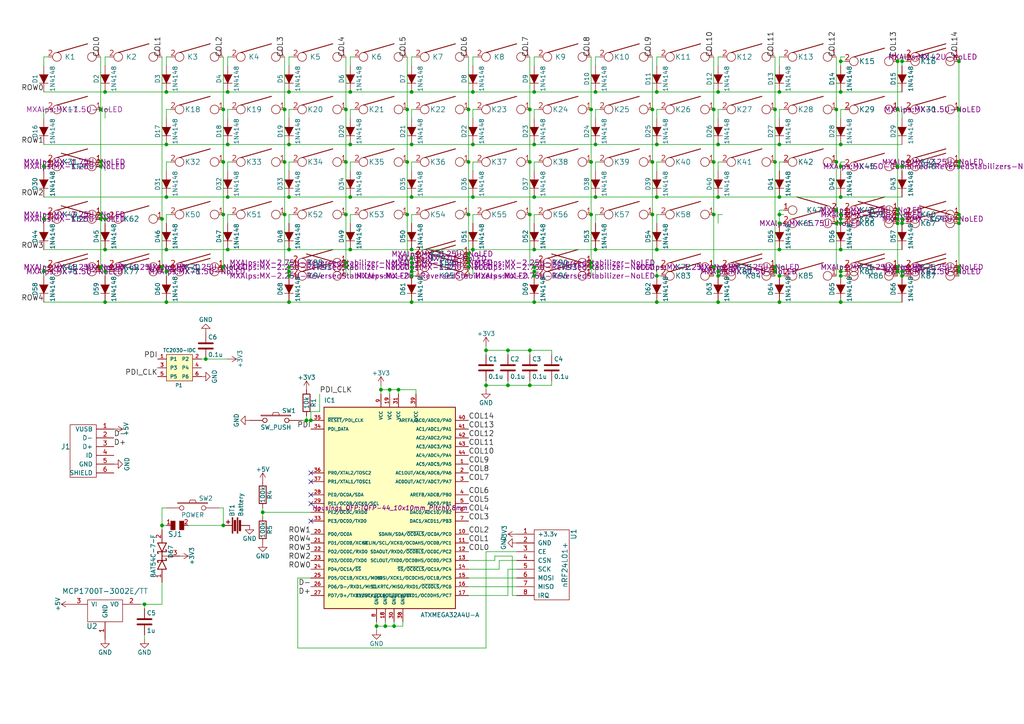
<source format=kicad_sch>
(kicad_sch (version 20230121) (generator eeschema)
  (paper "A4")
  (junction (at 154.94 78.74))
  (junction (at 118.11 46.99))
  (junction (at 137.16 26.67))
  (junction (at 119.38 87.63))
  (junction (at 137.16 57.15))
  (junction (at 172.72 41.91))
  (junction (at 30.48 72.39))
  (junction (at 140.97 111.76))
  (junction (at 154.94 26.67))
  (junction (at 101.6 26.67))
  (junction (at 208.28 57.15))
  (junction (at 111.76 181.61))
  (junction (at 82.55 46.99))
  (junction (at 226.06 26.67))
  (junction (at 224.79 31.75))
  (junction (at 243.84 64.77))
  (junction (at 260.35 78.74))
  (junction (at 29.21 46.99))
  (junction (at 118.11 62.23))
  (junction (at 153.67 62.23))
  (junction (at 46.99 77.47))
  (junction (at 101.6 72.39))
  (junction (at 119.38 26.67))
  (junction (at 30.48 63.5))
  (junction (at 66.04 41.91))
  (junction (at 119.38 57.15))
  (junction (at 278.13 62.23))
  (junction (at 208.28 41.91))
  (junction (at 226.06 41.91))
  (junction (at 101.6 41.91))
  (junction (at 66.04 72.39))
  (junction (at 82.55 31.75))
  (junction (at 48.26 78.74))
  (junction (at 48.26 87.63))
  (junction (at 119.38 76.2))
  (junction (at 113.03 113.03))
  (junction (at 100.33 76.2))
  (junction (at 153.67 111.76))
  (junction (at 243.84 72.39))
  (junction (at 278.13 78.74))
  (junction (at 243.84 62.23))
  (junction (at 172.72 57.15))
  (junction (at 154.94 57.15))
  (junction (at 83.82 77.47))
  (junction (at 119.38 77.47))
  (junction (at 171.45 31.75))
  (junction (at 153.67 46.99))
  (junction (at 171.45 62.23))
  (junction (at 226.06 62.23))
  (junction (at 29.21 77.47))
  (junction (at 83.82 26.67))
  (junction (at 242.57 46.99))
  (junction (at 135.89 46.99))
  (junction (at 30.48 78.74))
  (junction (at 82.55 62.23))
  (junction (at 154.94 80.01))
  (junction (at 88.9 121.92))
  (junction (at 12.7 48.26))
  (junction (at 119.38 41.91))
  (junction (at 135.89 74.93))
  (junction (at 242.57 60.96))
  (junction (at 29.21 31.75))
  (junction (at 172.72 26.67))
  (junction (at 224.79 46.99))
  (junction (at 226.06 87.63))
  (junction (at 64.77 31.75))
  (junction (at 29.21 62.23))
  (junction (at 208.28 87.63))
  (junction (at 29.21 48.26))
  (junction (at 242.57 64.77))
  (junction (at 83.82 72.39))
  (junction (at 224.79 78.74))
  (junction (at 135.89 62.23))
  (junction (at 48.26 57.15))
  (junction (at 261.62 63.5))
  (junction (at 190.5 41.91))
  (junction (at 226.06 64.77))
  (junction (at 190.5 80.01))
  (junction (at 64.77 62.23))
  (junction (at 171.45 77.47))
  (junction (at 260.35 64.77))
  (junction (at 278.13 77.47))
  (junction (at 119.38 78.74))
  (junction (at 137.16 72.39))
  (junction (at 83.82 87.63))
  (junction (at 207.01 31.75))
  (junction (at 260.35 31.75))
  (junction (at 190.5 87.63))
  (junction (at 48.26 26.67))
  (junction (at 147.32 101.6))
  (junction (at 119.38 80.01))
  (junction (at 154.94 87.63))
  (junction (at 137.16 41.91))
  (junction (at 118.11 31.75))
  (junction (at 226.06 57.15))
  (junction (at 207.01 62.23))
  (junction (at 260.35 77.47))
  (junction (at 224.79 77.47))
  (junction (at 190.5 26.67))
  (junction (at 243.84 26.67))
  (junction (at 154.94 77.47))
  (junction (at 101.6 57.15))
  (junction (at 278.13 64.77))
  (junction (at 226.06 72.39))
  (junction (at 242.57 31.75))
  (junction (at 135.89 77.47))
  (junction (at 260.35 60.96))
  (junction (at 114.3 181.61))
  (junction (at 243.84 80.01))
  (junction (at 243.84 78.74))
  (junction (at 243.84 48.26))
  (junction (at 261.62 78.74))
  (junction (at 100.33 77.47))
  (junction (at 278.13 63.5))
  (junction (at 153.67 101.6))
  (junction (at 90.17 121.92))
  (junction (at 260.35 48.26))
  (junction (at 190.5 57.15))
  (junction (at 243.84 57.15))
  (junction (at 140.97 101.6))
  (junction (at 46.99 152.4))
  (junction (at 190.5 72.39))
  (junction (at 66.04 57.15))
  (junction (at 278.13 31.75))
  (junction (at 59.69 104.14))
  (junction (at 48.26 72.39))
  (junction (at 278.13 48.26))
  (junction (at 30.48 87.63))
  (junction (at 172.72 72.39))
  (junction (at 83.82 80.01))
  (junction (at 83.82 41.91))
  (junction (at 119.38 72.39))
  (junction (at 189.23 31.75))
  (junction (at 76.2 148.59))
  (junction (at 153.67 31.75))
  (junction (at 207.01 46.99))
  (junction (at 278.13 46.99))
  (junction (at 207.01 77.47))
  (junction (at 261.62 17.78))
  (junction (at 189.23 46.99))
  (junction (at 66.04 26.67))
  (junction (at 243.84 41.91))
  (junction (at 243.84 17.78))
  (junction (at 171.45 46.99))
  (junction (at 46.99 63.5))
  (junction (at 147.32 111.76))
  (junction (at 189.23 62.23))
  (junction (at 64.77 77.47))
  (junction (at 100.33 31.75))
  (junction (at 154.94 41.91))
  (junction (at 208.28 78.74))
  (junction (at 109.22 181.61))
  (junction (at 135.89 73.66))
  (junction (at 261.62 48.26))
  (junction (at 41.91 175.26))
  (junction (at 154.94 72.39))
  (junction (at 12.7 78.74))
  (junction (at 243.84 87.63))
  (junction (at 260.35 17.78))
  (junction (at 12.7 63.5))
  (junction (at 260.35 63.5))
  (junction (at 115.57 113.03))
  (junction (at 260.35 62.23))
  (junction (at 171.45 76.2))
  (junction (at 119.38 74.93))
  (junction (at 135.89 76.2))
  (junction (at 48.26 41.91))
  (junction (at 135.89 31.75))
  (junction (at 110.49 113.03))
  (junction (at 243.84 63.5))
  (junction (at 261.62 64.77))
  (junction (at 64.77 152.4))
  (junction (at 64.77 46.99))
  (junction (at 29.21 63.5))
  (junction (at 83.82 78.74))
  (junction (at 278.13 17.78))
  (junction (at 226.06 80.01))
  (junction (at 83.82 57.15))
  (junction (at 261.62 80.01))
  (junction (at 100.33 62.23))
  (junction (at 208.28 80.01))
  (junction (at 30.48 26.67))
  (junction (at 100.33 46.99))
  (junction (at 208.28 26.67))
  (no_connect (at 90.17 143.51))
  (no_connect (at 90.17 137.16))
  (no_connect (at 90.17 146.05))
  (no_connect (at 90.17 139.7))
  (no_connect (at 90.17 151.13))
  (wire (pts (xy 191.77 31.75) (xy 190.5 31.75)))
  (wire (pts (xy 137.16 77.47) (xy 137.16 80.01)))
  (wire (pts (xy 154.94 72.39) (xy 172.72 72.39)))
  (wire (pts (xy 245.11 17.78) (xy 243.84 17.78)))
  (wire (pts (xy 40.64 175.26) (xy 41.91 175.26)))
  (wire (pts (xy 101.6 46.99) (xy 101.6 49.53)))
  (wire (pts (xy 54.61 152.4) (xy 64.77 152.4)))
  (wire (pts (xy 30.48 26.67) (xy 48.26 26.67)))
  (wire (pts (xy 138.43 46.99) (xy 137.16 46.99)))
  (wire (pts (xy 135.89 74.93) (xy 135.89 76.2)))
  (wire (pts (xy 153.67 101.6) (xy 160.02 101.6)))
  (wire (pts (xy 242.57 31.75) (xy 242.57 46.99)))
  (wire (pts (xy 242.57 64.77) (xy 242.57 80.01)))
  (wire (pts (xy 245.11 16.51) (xy 243.84 16.51)))
  (wire (pts (xy 102.87 31.75) (xy 101.6 31.75)))
  (wire (pts (xy 135.89 165.1) (xy 144.78 165.1)))
  (wire (pts (xy 120.65 31.75) (xy 119.38 31.75)))
  (wire (pts (xy 30.48 62.23) (xy 30.48 63.5)))
  (wire (pts (xy 135.89 172.72) (xy 147.32 172.72)))
  (wire (pts (xy 262.89 77.47) (xy 261.62 77.47)))
  (wire (pts (xy 30.48 87.63) (xy 48.26 87.63)))
  (wire (pts (xy 83.82 41.91) (xy 101.6 41.91)))
  (wire (pts (xy 48.26 16.51) (xy 48.26 19.05)))
  (wire (pts (xy 13.97 48.26) (xy 12.7 48.26)))
  (wire (pts (xy 83.82 78.74) (xy 83.82 80.01)))
  (wire (pts (xy 48.26 41.91) (xy 66.04 41.91)))
  (wire (pts (xy 226.06 16.51) (xy 226.06 19.05)))
  (wire (pts (xy 171.45 77.47) (xy 171.45 80.01)))
  (wire (pts (xy 82.55 31.75) (xy 82.55 46.99)))
  (wire (pts (xy 85.09 62.23) (xy 83.82 62.23)))
  (wire (pts (xy 147.32 111.76) (xy 153.67 111.76)))
  (wire (pts (xy 226.06 46.99) (xy 226.06 49.53)))
  (wire (pts (xy 48.26 62.23) (xy 48.26 64.77)))
  (wire (pts (xy 171.45 31.75) (xy 171.45 46.99)))
  (wire (pts (xy 245.11 77.47) (xy 243.84 77.47)))
  (wire (pts (xy 208.28 87.63) (xy 226.06 87.63)))
  (wire (pts (xy 261.62 63.5) (xy 261.62 64.77)))
  (wire (pts (xy 172.72 31.75) (xy 172.72 34.29)))
  (wire (pts (xy 261.62 46.99) (xy 261.62 48.26)))
  (wire (pts (xy 137.16 41.91) (xy 154.94 41.91)))
  (wire (pts (xy 156.21 78.74) (xy 154.94 78.74)))
  (wire (pts (xy 83.82 87.63) (xy 119.38 87.63)))
  (wire (pts (xy 140.97 100.33) (xy 140.97 101.6)))
  (wire (pts (xy 243.84 31.75) (xy 243.84 34.29)))
  (wire (pts (xy 102.87 77.47) (xy 101.6 77.47)))
  (wire (pts (xy 278.13 62.23) (xy 278.13 63.5)))
  (wire (pts (xy 49.53 77.47) (xy 48.26 77.47)))
  (wire (pts (xy 46.99 16.51) (xy 46.99 63.5)))
  (wire (pts (xy 13.97 31.75) (xy 12.7 31.75)))
  (wire (pts (xy 48.26 87.63) (xy 83.82 87.63)))
  (wire (pts (xy 90.17 121.92) (xy 90.17 119.38)))
  (wire (pts (xy 153.67 62.23) (xy 153.67 77.47)))
  (wire (pts (xy 102.87 62.23) (xy 101.6 62.23)))
  (wire (pts (xy 171.45 16.51) (xy 171.45 31.75)))
  (wire (pts (xy 208.28 16.51) (xy 208.28 19.05)))
  (wire (pts (xy 153.67 46.99) (xy 153.67 62.23)))
  (wire (pts (xy 208.28 57.15) (xy 226.06 57.15)))
  (wire (pts (xy 153.67 31.75) (xy 153.67 46.99)))
  (wire (pts (xy 226.06 57.15) (xy 243.84 57.15)))
  (wire (pts (xy 119.38 80.01) (xy 120.65 80.01)))
  (wire (pts (xy 190.5 31.75) (xy 190.5 34.29)))
  (wire (pts (xy 207.01 31.75) (xy 207.01 46.99)))
  (wire (pts (xy 109.22 181.61) (xy 111.76 181.61)))
  (wire (pts (xy 49.53 46.99) (xy 48.26 46.99)))
  (wire (pts (xy 110.49 113.03) (xy 113.03 113.03)))
  (wire (pts (xy 58.42 104.14) (xy 59.69 104.14)))
  (wire (pts (xy 12.7 26.67) (xy 30.48 26.67)))
  (wire (pts (xy 172.72 77.47) (xy 172.72 80.01)))
  (wire (pts (xy 278.13 16.51) (xy 278.13 17.78)))
  (wire (pts (xy 109.22 181.61) (xy 109.22 182.88)))
  (wire (pts (xy 261.62 16.51) (xy 261.62 17.78)))
  (wire (pts (xy 172.72 26.67) (xy 190.5 26.67)))
  (wire (pts (xy 48.26 78.74) (xy 48.26 80.01)))
  (wire (pts (xy 172.72 46.99) (xy 172.72 49.53)))
  (wire (pts (xy 83.82 46.99) (xy 83.82 49.53)))
  (wire (pts (xy 67.31 16.51) (xy 66.04 16.51)))
  (wire (pts (xy 209.55 46.99) (xy 208.28 46.99)))
  (wire (pts (xy 13.97 63.5) (xy 12.7 63.5)))
  (wire (pts (xy 226.06 41.91) (xy 243.84 41.91)))
  (wire (pts (xy 245.11 63.5) (xy 243.84 63.5)))
  (wire (pts (xy 243.84 63.5) (xy 243.84 64.77)))
  (wire (pts (xy 172.72 57.15) (xy 190.5 57.15)))
  (wire (pts (xy 278.13 46.99) (xy 278.13 48.26)))
  (wire (pts (xy 41.91 175.26) (xy 46.99 175.26)))
  (wire (pts (xy 278.13 17.78) (xy 278.13 31.75)))
  (wire (pts (xy 154.94 76.2) (xy 154.94 77.47)))
  (wire (pts (xy 66.04 72.39) (xy 83.82 72.39)))
  (wire (pts (xy 119.38 76.2) (xy 119.38 77.47)))
  (wire (pts (xy 46.99 147.32) (xy 48.26 147.32)))
  (wire (pts (xy 119.38 73.66) (xy 119.38 74.93)))
  (wire (pts (xy 115.57 113.03) (xy 120.65 113.03)))
  (wire (pts (xy 48.26 26.67) (xy 66.04 26.67)))
  (wire (pts (xy 137.16 26.67) (xy 154.94 26.67)))
  (wire (pts (xy 243.84 16.51) (xy 243.84 17.78)))
  (wire (pts (xy 66.04 41.91) (xy 83.82 41.91)))
  (wire (pts (xy 48.26 46.99) (xy 48.26 49.53)))
  (wire (pts (xy 226.06 64.77) (xy 227.33 64.77)))
  (wire (pts (xy 13.97 77.47) (xy 12.7 77.47)))
  (wire (pts (xy 189.23 46.99) (xy 189.23 62.23)))
  (wire (pts (xy 147.32 101.6) (xy 147.32 102.87)))
  (wire (pts (xy 86.36 167.64) (xy 90.17 167.64)))
  (wire (pts (xy 30.48 72.39) (xy 48.26 72.39)))
  (wire (pts (xy 102.87 46.99) (xy 101.6 46.99)))
  (wire (pts (xy 191.77 16.51) (xy 190.5 16.51)))
  (wire (pts (xy 12.7 87.63) (xy 30.48 87.63)))
  (wire (pts (xy 12.7 62.23) (xy 12.7 63.5)))
  (wire (pts (xy 48.26 72.39) (xy 66.04 72.39)))
  (wire (pts (xy 85.09 77.47) (xy 83.82 77.47)))
  (wire (pts (xy 189.23 62.23) (xy 189.23 77.47)))
  (wire (pts (xy 147.32 165.1) (xy 149.86 165.1)))
  (wire (pts (xy 262.89 63.5) (xy 261.62 63.5)))
  (wire (pts (xy 66.04 26.67) (xy 83.82 26.67)))
  (wire (pts (xy 278.13 31.75) (xy 278.13 46.99)))
  (wire (pts (xy 156.21 62.23) (xy 154.94 62.23)))
  (wire (pts (xy 149.86 160.02) (xy 140.97 160.02)))
  (wire (pts (xy 245.11 62.23) (xy 243.84 62.23)))
  (wire (pts (xy 119.38 57.15) (xy 137.16 57.15)))
  (wire (pts (xy 138.43 31.75) (xy 137.16 31.75)))
  (wire (pts (xy 31.75 46.99) (xy 30.48 46.99)))
  (wire (pts (xy 135.89 73.66) (xy 135.89 74.93)))
  (wire (pts (xy 119.38 74.93) (xy 119.38 76.2)))
  (wire (pts (xy 48.26 152.4) (xy 46.99 152.4)))
  (wire (pts (xy 30.48 16.51) (xy 30.48 19.05)))
  (wire (pts (xy 153.67 111.76) (xy 153.67 110.49)))
  (wire (pts (xy 46.99 152.4) (xy 46.99 153.67)))
  (wire (pts (xy 208.28 78.74) (xy 208.28 80.01)))
  (wire (pts (xy 191.77 46.99) (xy 190.5 46.99)))
  (wire (pts (xy 226.06 26.67) (xy 243.84 26.67)))
  (wire (pts (xy 243.84 72.39) (xy 261.62 72.39)))
  (wire (pts (xy 224.79 77.47) (xy 224.79 78.74)))
  (wire (pts (xy 46.99 175.26) (xy 46.99 168.91)))
  (wire (pts (xy 118.11 16.51) (xy 118.11 31.75)))
  (wire (pts (xy 227.33 62.23) (xy 226.06 62.23)))
  (wire (pts (xy 224.79 16.51) (xy 224.79 31.75)))
  (wire (pts (xy 41.91 175.26) (xy 41.91 176.53)))
  (wire (pts (xy 12.7 77.47) (xy 12.7 78.74)))
  (wire (pts (xy 172.72 41.91) (xy 190.5 41.91)))
  (wire (pts (xy 119.38 46.99) (xy 119.38 49.53)))
  (wire (pts (xy 29.21 63.5) (xy 29.21 77.47)))
  (wire (pts (xy 261.62 48.26) (xy 261.62 49.53)))
  (wire (pts (xy 143.51 162.56) (xy 135.89 162.56)))
  (wire (pts (xy 12.7 78.74) (xy 12.7 80.01)))
  (wire (pts (xy 30.48 63.5) (xy 30.48 64.77)))
  (wire (pts (xy 135.89 76.2) (xy 135.89 77.47)))
  (wire (pts (xy 41.91 185.42) (xy 41.91 184.15)))
  (wire (pts (xy 278.13 77.47) (xy 278.13 78.74)))
  (wire (pts (xy 261.62 80.01) (xy 262.89 80.01)))
  (wire (pts (xy 119.38 78.74) (xy 119.38 80.01)))
  (wire (pts (xy 262.89 16.51) (xy 261.62 16.51)))
  (wire (pts (xy 101.6 41.91) (xy 119.38 41.91)))
  (wire (pts (xy 66.04 77.47) (xy 66.04 80.01)))
  (wire (pts (xy 31.75 31.75) (xy 30.48 31.75)))
  (wire (pts (xy 227.33 77.47) (xy 226.06 77.47)))
  (wire (pts (xy 243.84 87.63) (xy 261.62 87.63)))
  (wire (pts (xy 190.5 16.51) (xy 190.5 19.05)))
  (wire (pts (xy 120.65 62.23) (xy 119.38 62.23)))
  (wire (pts (xy 191.77 62.23) (xy 190.5 62.23)))
  (wire (pts (xy 119.38 72.39) (xy 137.16 72.39)))
  (wire (pts (xy 153.67 111.76) (xy 160.02 111.76)))
  (wire (pts (xy 153.67 16.51) (xy 153.67 31.75)))
  (wire (pts (xy 207.01 77.47) (xy 207.01 80.01)))
  (wire (pts (xy 189.23 16.51) (xy 189.23 31.75)))
  (wire (pts (xy 67.31 62.23) (xy 66.04 62.23)))
  (wire (pts (xy 147.32 111.76) (xy 147.32 110.49)))
  (wire (pts (xy 137.16 57.15) (xy 154.94 57.15)))
  (wire (pts (xy 101.6 26.67) (xy 119.38 26.67)))
  (wire (pts (xy 120.65 77.47) (xy 119.38 77.47)))
  (wire (pts (xy 119.38 31.75) (xy 119.38 34.29)))
  (wire (pts (xy 190.5 62.23) (xy 190.5 64.77)))
  (wire (pts (xy 227.33 60.96) (xy 226.06 60.96)))
  (wire (pts (xy 66.04 31.75) (xy 66.04 34.29)))
  (wire (pts (xy 226.06 72.39) (xy 243.84 72.39)))
  (wire (pts (xy 209.55 78.74) (xy 208.28 78.74)))
  (wire (pts (xy 88.9 121.92) (xy 90.17 121.92)))
  (wire (pts (xy 109.22 180.34) (xy 109.22 181.61)))
  (wire (pts (xy 137.16 62.23) (xy 137.16 64.77)))
  (wire (pts (xy 100.33 16.51) (xy 100.33 31.75)))
  (wire (pts (xy 278.13 63.5) (xy 278.13 64.77)))
  (wire (pts (xy 29.21 31.75) (xy 29.21 46.99)))
  (wire (pts (xy 245.11 78.74) (xy 243.84 78.74)))
  (wire (pts (xy 137.16 31.75) (xy 137.16 34.29)))
  (wire (pts (xy 83.82 26.67) (xy 101.6 26.67)))
  (wire (pts (xy 12.7 16.51) (xy 12.7 19.05)))
  (wire (pts (xy 137.16 16.51) (xy 137.16 19.05)))
  (wire (pts (xy 226.06 80.01) (xy 227.33 80.01)))
  (wire (pts (xy 173.99 31.75) (xy 172.72 31.75)))
  (wire (pts (xy 226.06 77.47) (xy 226.06 80.01)))
  (wire (pts (xy 140.97 101.6) (xy 140.97 102.87)))
  (wire (pts (xy 137.16 46.99) (xy 137.16 49.53)))
  (wire (pts (xy 190.5 57.15) (xy 208.28 57.15)))
  (wire (pts (xy 190.5 77.47) (xy 190.5 80.01)))
  (wire (pts (xy 148.59 172.72) (xy 149.86 172.72)))
  (wire (pts (xy 245.11 46.99) (xy 243.84 46.99)))
  (wire (pts (xy 110.49 113.03) (xy 110.49 114.3)))
  (wire (pts (xy 86.36 187.96) (xy 86.36 167.64)))
  (wire (pts (xy 140.97 187.96) (xy 86.36 187.96)))
  (wire (pts (xy 190.5 80.01) (xy 191.77 80.01)))
  (wire (pts (xy 111.76 181.61) (xy 114.3 181.61)))
  (wire (pts (xy 101.6 31.75) (xy 101.6 34.29)))
  (wire (pts (xy 85.09 78.74) (xy 83.82 78.74)))
  (wire (pts (xy 190.5 46.99) (xy 190.5 49.53)))
  (wire (pts (xy 224.79 31.75) (xy 224.79 46.99)))
  (wire (pts (xy 31.75 62.23) (xy 30.48 62.23)))
  (wire (pts (xy 110.49 111.76) (xy 110.49 113.03)))
  (wire (pts (xy 138.43 16.51) (xy 137.16 16.51)))
  (wire (pts (xy 160.02 101.6) (xy 160.02 102.87)))
  (wire (pts (xy 119.38 26.67) (xy 137.16 26.67)))
  (wire (pts (xy 119.38 16.51) (xy 119.38 19.05)))
  (wire (pts (xy 13.97 62.23) (xy 12.7 62.23)))
  (wire (pts (xy 171.45 76.2) (xy 171.45 77.47)))
  (wire (pts (xy 135.89 31.75) (xy 135.89 46.99)))
  (wire (pts (xy 85.09 31.75) (xy 83.82 31.75)))
  (wire (pts (xy 243.84 41.91) (xy 261.62 41.91)))
  (wire (pts (xy 64.77 77.47) (xy 64.77 78.74)))
  (wire (pts (xy 49.53 31.75) (xy 48.26 31.75)))
  (wire (pts (xy 154.94 41.91) (xy 172.72 41.91)))
  (wire (pts (xy 83.82 16.51) (xy 83.82 19.05)))
  (wire (pts (xy 31.75 78.74) (xy 30.48 78.74)))
  (wire (pts (xy 31.75 77.47) (xy 30.48 77.47)))
  (wire (pts (xy 156.21 16.51) (xy 154.94 16.51)))
  (wire (pts (xy 208.28 41.91) (xy 226.06 41.91)))
  (wire (pts (xy 49.53 78.74) (xy 48.26 78.74)))
  (wire (pts (xy 209.55 31.75) (xy 208.28 31.75)))
  (wire (pts (xy 148.59 161.29) (xy 143.51 161.29)))
  (wire (pts (xy 30.48 78.74) (xy 30.48 80.01)))
  (wire (pts (xy 208.28 80.01) (xy 209.55 80.01)))
  (wire (pts (xy 154.94 57.15) (xy 172.72 57.15)))
  (wire (pts (xy 100.33 62.23) (xy 100.33 76.2)))
  (wire (pts (xy 261.62 31.75) (xy 261.62 34.29)))
  (wire (pts (xy 119.38 41.91) (xy 137.16 41.91)))
  (wire (pts (xy 120.65 76.2) (xy 119.38 76.2)))
  (wire (pts (xy 135.89 167.64) (xy 149.86 167.64)))
  (wire (pts (xy 114.3 181.61) (xy 116.84 181.61)))
  (wire (pts (xy 243.84 77.47) (xy 243.84 78.74)))
  (wire (pts (xy 278.13 64.77) (xy 278.13 77.47)))
  (wire (pts (xy 120.65 113.03) (xy 120.65 114.3)))
  (wire (pts (xy 119.38 77.47) (xy 119.38 78.74)))
  (wire (pts (xy 226.06 62.23) (xy 226.06 64.77)))
  (wire (pts (xy 243.84 60.96) (xy 243.84 62.23)))
  (wire (pts (xy 76.2 147.32) (xy 76.2 148.59)))
  (wire (pts (xy 154.94 26.67) (xy 172.72 26.67)))
  (wire (pts (xy 83.82 77.47) (xy 83.82 78.74)))
  (wire (pts (xy 135.89 170.18) (xy 149.86 170.18)))
  (wire (pts (xy 154.94 16.51) (xy 154.94 19.05)))
  (wire (pts (xy 64.77 31.75) (xy 64.77 46.99)))
  (wire (pts (xy 209.55 62.23) (xy 208.28 62.23)))
  (wire (pts (xy 207.01 16.51) (xy 207.01 31.75)))
  (wire (pts (xy 88.9 121.92) (xy 88.9 120.65)))
  (wire (pts (xy 190.5 87.63) (xy 208.28 87.63)))
  (wire (pts (xy 262.89 46.99) (xy 261.62 46.99)))
  (wire (pts (xy 29.21 77.47) (xy 29.21 78.74)))
  (wire (pts (xy 67.31 31.75) (xy 66.04 31.75)))
  (wire (pts (xy 224.79 78.74) (xy 224.79 80.01)))
  (wire (pts (xy 67.31 77.47) (xy 66.04 77.47)))
  (wire (pts (xy 13.97 46.99) (xy 12.7 46.99)))
  (wire (pts (xy 209.55 77.47) (xy 208.28 77.47)))
  (wire (pts (xy 262.89 17.78) (xy 261.62 17.78)))
  (wire (pts (xy 154.94 77.47) (xy 154.94 78.74)))
  (wire (pts (xy 260.35 77.47) (xy 260.35 78.74)))
  (wire (pts (xy 243.84 17.78) (xy 243.84 19.05)))
  (wire (pts (xy 262.89 48.26) (xy 261.62 48.26)))
  (wire (pts (xy 120.65 74.93) (xy 119.38 74.93)))
  (wire (pts (xy 245.11 48.26) (xy 243.84 48.26)))
  (wire (pts (xy 135.89 46.99) (xy 135.89 62.23)))
  (wire (pts (xy 143.51 161.29) (xy 143.51 162.56)))
  (wire (pts (xy 29.21 46.99) (xy 29.21 48.26)))
  (wire (pts (xy 156.21 46.99) (xy 154.94 46.99)))
  (wire (pts (xy 100.33 31.75) (xy 100.33 46.99)))
  (wire (pts (xy 154.94 78.74) (xy 154.94 80.01)))
  (wire (pts (xy 262.89 31.75) (xy 261.62 31.75)))
  (wire (pts (xy 154.94 31.75) (xy 154.94 34.29)))
  (wire (pts (xy 172.72 72.39) (xy 190.5 72.39)))
  (wire (pts (xy 13.97 78.74) (xy 12.7 78.74)))
  (wire (pts (xy 243.84 64.77) (xy 245.11 64.77)))
  (wire (pts (xy 260.35 60.96) (xy 260.35 62.23)))
  (wire (pts (xy 173.99 46.99) (xy 172.72 46.99)))
  (wire (pts (xy 156.21 77.47) (xy 154.94 77.47)))
  (wire (pts (xy 59.69 104.14) (xy 66.04 104.14)))
  (wire (pts (xy 66.04 62.23) (xy 66.04 64.77)))
  (wire (pts (xy 160.02 111.76) (xy 160.02 110.49)))
  (wire (pts (xy 261.62 17.78) (xy 261.62 19.05)))
  (wire (pts (xy 189.23 31.75) (xy 189.23 46.99)))
  (wire (pts (xy 147.32 101.6) (xy 153.67 101.6)))
  (wire (pts (xy 262.89 78.74) (xy 261.62 78.74)))
  (wire (pts (xy 100.33 76.2) (xy 100.33 77.47)))
  (wire (pts (xy 118.11 62.23) (xy 118.11 77.47)))
  (wire (pts (xy 148.59 161.29) (xy 148.59 172.72)))
  (wire (pts (xy 224.79 46.99) (xy 224.79 77.47)))
  (wire (pts (xy 137.16 72.39) (xy 154.94 72.39)))
  (wire (pts (xy 119.38 62.23) (xy 119.38 64.77)))
  (wire (pts (xy 138.43 62.23) (xy 137.16 62.23)))
  (wire (pts (xy 111.76 181.61) (xy 111.76 180.34)))
  (wire (pts (xy 101.6 77.47) (xy 101.6 80.01)))
  (wire (pts (xy 140.97 111.76) (xy 140.97 113.03)))
  (wire (pts (xy 49.53 16.51) (xy 48.26 16.51)))
  (wire (pts (xy 208.28 62.23) (xy 208.28 64.77)))
  (wire (pts (xy 242.57 46.99) (xy 242.57 60.96)))
  (wire (pts (xy 64.77 46.99) (xy 64.77 62.23)))
  (wire (pts (xy 92.71 119.38) (xy 92.71 114.3)))
  (wire (pts (xy 120.65 73.66) (xy 119.38 73.66)))
  (wire (pts (xy 260.35 31.75) (xy 260.35 48.26)))
  (wire (pts (xy 138.43 77.47) (xy 137.16 77.47)))
  (wire (pts (xy 67.31 46.99) (xy 66.04 46.99)))
  (wire (pts (xy 190.5 72.39) (xy 226.06 72.39)))
  (wire (pts (xy 116.84 181.61) (xy 116.84 180.34)))
  (wire (pts (xy 83.82 57.15) (xy 101.6 57.15)))
  (wire (pts (xy 48.26 77.47) (xy 48.26 78.74)))
  (wire (pts (xy 261.62 78.74) (xy 261.62 80.01)))
  (wire (pts (xy 49.53 62.23) (xy 48.26 62.23)))
  (wire (pts (xy 260.35 62.23) (xy 260.35 63.5)))
  (wire (pts (xy 245.11 60.96) (xy 243.84 60.96)))
  (wire (pts (xy 190.5 41.91) (xy 208.28 41.91)))
  (wire (pts (xy 243.84 46.99) (xy 243.84 48.26)))
  (wire (pts (xy 243.84 80.01) (xy 245.11 80.01)))
  (wire (pts (xy 243.84 26.67) (xy 261.62 26.67)))
  (wire (pts (xy 13.97 16.51) (xy 12.7 16.51)))
  (wire (pts (xy 156.21 76.2) (xy 154.94 76.2)))
  (wire (pts (xy 46.99 147.32) (xy 46.99 152.4)))
  (wire (pts (xy 119.38 87.63) (xy 154.94 87.63)))
  (wire (pts (xy 46.99 77.47) (xy 46.99 78.74)))
  (wire (pts (xy 120.65 46.99) (xy 119.38 46.99)))
  (wire (pts (xy 48.26 57.15) (xy 66.04 57.15)))
  (wire (pts (xy 154.94 80.01) (xy 156.21 80.01)))
  (wire (pts (xy 261.62 77.47) (xy 261.62 78.74)))
  (wire (pts (xy 12.7 72.39) (xy 30.48 72.39)))
  (wire (pts (xy 66.04 46.99) (xy 66.04 49.53)))
  (wire (pts (xy 114.3 181.61) (xy 114.3 180.34)))
  (wire (pts (xy 172.72 16.51) (xy 172.72 19.05)))
  (wire (pts (xy 101.6 72.39) (xy 119.38 72.39)))
  (wire (pts (xy 85.09 76.2) (xy 83.82 76.2)))
  (wire (pts (xy 85.09 16.51) (xy 83.82 16.51)))
  (wire (pts (xy 48.26 31.75) (xy 48.26 34.29)))
  (wire (pts (xy 209.55 16.51) (xy 208.28 16.51)))
  (wire (pts (xy 113.03 113.03) (xy 115.57 113.03)))
  (wire (pts (xy 227.33 31.75) (xy 226.06 31.75)))
  (wire (pts (xy 29.21 62.23) (xy 29.21 63.5)))
  (wire (pts (xy 140.97 111.76) (xy 147.32 111.76)))
  (wire (pts (xy 102.87 16.51) (xy 101.6 16.51)))
  (wire (pts (xy 66.04 57.15) (xy 83.82 57.15)))
  (wire (pts (xy 261.62 64.77) (xy 262.89 64.77)))
  (wire (pts (xy 83.82 31.75) (xy 83.82 34.29)))
  (wire (pts (xy 208.28 46.99) (xy 208.28 49.53)))
  (wire (pts (xy 140.97 110.49) (xy 140.97 111.76)))
  (wire (pts (xy 140.97 160.02) (xy 140.97 187.96)))
  (wire (pts (xy 12.7 31.75) (xy 12.7 34.29)))
  (wire (pts (xy 243.84 78.74) (xy 243.84 80.01)))
  (wire (pts (xy 120.65 78.74) (xy 119.38 78.74)))
  (wire (pts (xy 101.6 16.51) (xy 101.6 19.05)))
  (wire (pts (xy 85.09 46.99) (xy 83.82 46.99)))
  (wire (pts (xy 83.82 80.01) (xy 85.09 80.01)))
  (wire (pts (xy 82.55 46.99) (xy 82.55 62.23)))
  (wire (pts (xy 82.55 62.23) (xy 82.55 77.47)))
  (wire (pts (xy 226.06 60.96) (xy 226.06 62.23)))
  (wire (pts (xy 260.35 64.77) (xy 260.35 77.47)))
  (wire (pts (xy 140.97 101.6) (xy 147.32 101.6)))
  (wire (pts (xy 135.89 77.47) (xy 135.89 80.01)))
  (wire (pts (xy 31.75 63.5) (xy 30.48 63.5)))
  (wire (pts (xy 135.89 16.51) (xy 135.89 31.75)))
  (wire (pts (xy 12.7 48.26) (xy 12.7 49.53)))
  (wire (pts (xy 153.67 101.6) (xy 153.67 102.87)))
  (wire (pts (xy 66.04 16.51) (xy 66.04 19.05)))
  (wire (pts (xy 30.48 46.99) (xy 30.48 49.53)))
  (wire (pts (xy 208.28 77.47) (xy 208.28 78.74)))
  (wire (pts (xy 30.48 77.47) (xy 30.48 78.74)))
  (wire (pts (xy 118.11 31.75) (xy 118.11 46.99)))
  (wire (pts (xy 82.55 16.51) (xy 82.55 31.75)))
  (wire (pts (xy 135.89 62.23) (xy 135.89 73.66)))
  (wire (pts (xy 260.35 16.51) (xy 260.35 17.78)))
  (wire (pts (xy 83.82 62.23) (xy 83.82 64.77)))
  (wire (pts (xy 64.77 16.51) (xy 64.77 31.75)))
  (wire (pts (xy 226.06 87.63) (xy 243.84 87.63)))
  (wire (pts (xy 64.77 62.23) (xy 64.77 77.47)))
  (wire (pts (xy 12.7 41.91) (xy 48.26 41.91)))
  (wire (pts (xy 29.21 16.51) (xy 29.21 31.75)))
  (wire (pts (xy 242.57 16.51) (xy 242.57 31.75)))
  (wire (pts (xy 90.17 119.38) (xy 92.71 119.38)))
  (wire (pts (xy 12.7 46.99) (xy 12.7 48.26)))
  (wire (pts (xy 154.94 87.63) (xy 190.5 87.63)))
  (wire (pts (xy 118.11 46.99) (xy 118.11 62.23)))
  (wire (pts (xy 191.77 77.47) (xy 190.5 77.47)))
  (wire (pts (xy 208.28 26.67) (xy 226.06 26.67)))
  (wire (pts (xy 100.33 46.99) (xy 100.33 62.23)))
  (wire (pts (xy 144.78 162.56) (xy 149.86 162.56)))
  (wire (pts (xy 101.6 62.23) (xy 101.6 64.77)))
  (wire (pts (xy 243.84 48.26) (xy 243.84 49.53)))
  (wire (pts (xy 172.72 62.23) (xy 172.72 64.77)))
  (wire (pts (xy 207.01 62.23) (xy 207.01 77.47)))
  (wire (pts (xy 144.78 165.1) (xy 144.78 162.56)))
  (wire (pts (xy 171.45 46.99) (xy 171.45 62.23)))
  (wire (pts (xy 156.21 31.75) (xy 154.94 31.75)))
  (wire (pts (xy 227.33 46.99) (xy 226.06 46.99)))
  (wire (pts (xy 190.5 26.67) (xy 208.28 26.67)))
  (wire (pts (xy 278.13 48.26) (xy 278.13 62.23)))
  (wire (pts (xy 64.77 147.32) (xy 64.77 152.4)))
  (wire (pts (xy 12.7 57.15) (xy 48.26 57.15)))
  (wire (pts (xy 31.75 16.51) (xy 30.48 16.51)))
  (wire (pts (xy 120.65 16.51) (xy 119.38 16.51)))
  (wire (pts (xy 30.48 31.75) (xy 30.48 34.29)))
  (wire (pts (xy 260.35 48.26) (xy 260.35 60.96)))
  (wire (pts (xy 243.84 57.15) (xy 261.62 57.15)))
  (wire (pts (xy 173.99 62.23) (xy 172.72 62.23)))
  (wire (pts (xy 207.01 46.99) (xy 207.01 62.23)))
  (wire (pts (xy 261.62 62.23) (xy 261.62 63.5)))
  (wire (pts (xy 260.35 17.78) (xy 260.35 31.75)))
  (wire (pts (xy 173.99 16.51) (xy 172.72 16.51)))
  (wire (pts (xy 115.57 113.03) (xy 115.57 114.3)))
  (wire (pts (xy 226.06 31.75) (xy 226.06 34.29)))
  (wire (pts (xy 154.94 46.99) (xy 154.94 49.53)))
  (wire (pts (xy 260.35 63.5) (xy 260.35 64.77)))
  (wire (pts (xy 242.57 60.96) (xy 242.57 64.77)))
  (wire (pts (xy 101.6 57.15) (xy 119.38 57.15)))
  (wire (pts (xy 243.84 62.23) (xy 243.84 63.5)))
  (wire (pts (xy 154.94 62.23) (xy 154.94 64.77)))
  (wire (pts (xy 208.28 31.75) (xy 208.28 34.29)))
  (wire (pts (xy 245.11 31.75) (xy 243.84 31.75)))
  (wire (pts (xy 76.2 148.59) (xy 90.17 148.59)))
  (wire (pts (xy 83.82 76.2) (xy 83.82 77.47)))
  (wire (pts (xy 171.45 62.23) (xy 171.45 76.2)))
  (wire (pts (xy 278.13 78.74) (xy 278.13 80.01)))
  (wire (pts (xy 12.7 63.5) (xy 12.7 64.77)))
  (wire (pts (xy 100.33 77.47) (xy 100.33 80.01)))
  (wire (pts (xy 76.2 148.59) (xy 76.2 149.86)))
  (wire (pts (xy 83.82 72.39) (xy 101.6 72.39)))
  (wire (pts (xy 46.99 63.5) (xy 46.99 77.47)))
  (wire (pts (xy 113.03 113.03) (xy 113.03 114.3)))
  (wire (pts (xy 227.33 16.51) (xy 226.06 16.51)))
  (wire (pts (xy 87.63 121.92) (xy 88.9 121.92)))
  (wire (pts (xy 63.5 147.32) (xy 64.77 147.32)))
  (wire (pts (xy 147.32 172.72) (xy 147.32 165.1)))
  (wire (pts (xy 260.35 78.74) (xy 260.35 80.01)))
  (wire (pts (xy 173.99 77.47) (xy 172.72 77.47)))
  (wire (pts (xy 29.21 48.26) (xy 29.21 62.23)))
  (wire (pts (xy 262.89 62.23) (xy 261.62 62.23)))
  (label "COL2" (at 64.77 16.51 90) (effects (font (size 1.524 1.524))))
  (label "ROW2" (at 90.17 162.56 180) (effects (font (size 1.524 1.524))))
  (label "COL0" (at 29.21 16.51 90) (effects (font (size 1.524 1.524))))
  (label "COL8" (at 171.45 16.51 90) (effects (font (size 1.524 1.524))))
  (label "PDI" (at 90.17 124.46 180) (effects (font (size 1.524 1.524))))
  (label "COL13" (at 260.35 16.51 90) (effects (font (size 1.524 1.524))))
  (label "ROW0" (at 90.17 165.1 180) (effects (font (size 1.524 1.524))))
  (label "COL3" (at 135.89 151.13 0) (effects (font (size 1.524 1.524))))
  (label "ROW1" (at 12.7 41.91 180) (effects (font (size 1.524 1.524))))
  (label "ROW4" (at 90.17 157.48 180) (effects (font (size 1.524 1.524))))
  (label "COL5" (at 135.89 146.05 0) (effects (font (size 1.524 1.524))))
  (label "COL10" (at 207.01 16.51 90) (effects (font (size 1.524 1.524))))
  (label "PDI_CLK" (at 92.71 114.3 0) (effects (font (size 1.524 1.524))))
  (label "COL0" (at 135.89 160.02 0) (effects (font (size 1.524 1.524))))
  (label "COL2" (at 135.89 154.94 0) (effects (font (size 1.524 1.524))))
  (label "PDI" (at 45.72 104.14 180) (effects (font (size 1.524 1.524))))
  (label "COL4" (at 100.33 16.51 90) (effects (font (size 1.524 1.524))))
  (label "COL4" (at 135.89 148.59 0) (effects (font (size 1.524 1.524))))
  (label "ROW4" (at 12.7 87.63 180) (effects (font (size 1.524 1.524))))
  (label "COL9" (at 135.89 134.62 0) (effects (font (size 1.524 1.524))))
  (label "COL11" (at 224.79 16.51 90) (effects (font (size 1.524 1.524))))
  (label "ROW3" (at 12.7 72.39 180) (effects (font (size 1.524 1.524))))
  (label "COL1" (at 46.99 16.51 90) (effects (font (size 1.524 1.524))))
  (label "COL6" (at 135.89 16.51 90) (effects (font (size 1.524 1.524))))
  (label "COL12" (at 135.89 127 0) (effects (font (size 1.524 1.524))))
  (label "D+" (at 90.17 172.72 180) (effects (font (size 1.524 1.524))))
  (label "COL14" (at 278.13 16.51 90) (effects (font (size 1.524 1.524))))
  (label "COL7" (at 153.67 16.51 90) (effects (font (size 1.524 1.524))))
  (label "COL6" (at 135.89 143.51 0) (effects (font (size 1.524 1.524))))
  (label "D-" (at 90.17 170.18 180) (effects (font (size 1.524 1.524))))
  (label "D-" (at 33.02 127 0) (effects (font (size 1.524 1.524))))
  (label "COL10" (at 135.89 132.08 0) (effects (font (size 1.524 1.524))))
  (label "COL9" (at 189.23 16.51 90) (effects (font (size 1.524 1.524))))
  (label "COL3" (at 82.55 16.51 90) (effects (font (size 1.524 1.524))))
  (label "COL1" (at 135.89 157.48 0) (effects (font (size 1.524 1.524))))
  (label "ROW3" (at 90.17 160.02 180) (effects (font (size 1.524 1.524))))
  (label "ROW0" (at 12.7 26.67 180) (effects (font (size 1.524 1.524))))
  (label "COL7" (at 135.89 139.7 0) (effects (font (size 1.524 1.524))))
  (label "COL14" (at 135.89 121.92 0) (effects (font (size 1.524 1.524))))
  (label "COL13" (at 135.89 124.46 0) (effects (font (size 1.524 1.524))))
  (label "PDI_CLK" (at 45.72 109.22 180) (effects (font (size 1.524 1.524))))
  (label "COL11" (at 135.89 129.54 0) (effects (font (size 1.524 1.524))))
  (label "COL5" (at 118.11 16.51 90) (effects (font (size 1.524 1.524))))
  (label "D+" (at 33.02 129.54 0) (effects (font (size 1.524 1.524))))
  (label "ROW2" (at 12.7 57.15 180) (effects (font (size 1.524 1.524))))
  (label "COL8" (at 135.89 137.16 0) (effects (font (size 1.524 1.524))))
  (label "COL12" (at 242.57 16.51 90) (effects (font (size 1.524 1.524))))
  (label "ROW1" (at 90.17 154.94 180) (effects (font (size 1.524 1.524))))
  (symbol (lib_id "60-rescue:KEYSW") (at 21.59 16.51 0) (unit 1)
    (property "Reference" "K1" (at 20.32 16.51 0) (effects (font (size 1.524 1.524))))
    (property "Value" "KEYSW" (effects hide))
    (property "Footprint" "MXAlps:MX-1U-NoLED" (effects hide))
  )
  (symbol (lib_id "60-rescue:D") (at 12.7 22.86 90) (unit 1)
    (property "Reference" "D1" (at 10.16 22.86 0))
    (property "Value" "1N4148" (at 15.24 22.86 0))
    (property "Footprint" "Diodes_SMD:D_SOD-323_HandSoldering" (effects hide))
  )
  (symbol (lib_id "60-rescue:KEYSW") (at 39.37 16.51 0) (unit 1)
    (property "Reference" "K2" (at 38.1 16.51 0) (effects (font (size 1.524 1.524))))
    (property "Value" "KEYSW" (effects hide))
    (property "Footprint" "MXAlps:MX-1U-NoLED" (effects hide))
  )
  (symbol (lib_id "60-rescue:D") (at 30.48 22.86 90) (unit 1)
    (property "Reference" "D2" (at 27.94 22.86 0))
    (property "Value" "1N4148" (at 33.02 22.86 0))
    (property "Footprint" "Diodes_SMD:D_SOD-323_HandSoldering" (effects hide))
  )
  (symbol (lib_id "60-rescue:KEYSW") (at 57.15 16.51 0) (unit 1)
    (property "Reference" "K3" (at 55.88 16.51 0) (effects (font (size 1.524 1.524))))
    (property "Value" "KEYSW" (effects hide))
    (property "Footprint" "MXAlps:MX-1U-NoLED" (effects hide))
  )
  (symbol (lib_id "60-rescue:D") (at 48.26 22.86 90) (unit 1)
    (property "Reference" "D3" (at 45.72 22.86 0))
    (property "Value" "1N4148" (at 50.8 22.86 0))
    (property "Footprint" "Diodes_SMD:D_SOD-323_HandSoldering" (effects hide))
  )
  (symbol (lib_id "60-rescue:KEYSW") (at 74.93 16.51 0) (unit 1)
    (property "Reference" "K4" (at 73.66 16.51 0) (effects (font (size 1.524 1.524))))
    (property "Value" "KEYSW" (effects hide))
    (property "Footprint" "MXAlps:MX-1U-NoLED" (effects hide))
  )
  (symbol (lib_id "60-rescue:D") (at 66.04 22.86 90) (unit 1)
    (property "Reference" "D4" (at 63.5 22.86 0))
    (property "Value" "1N4148" (at 68.58 22.86 0))
    (property "Footprint" "Diodes_SMD:D_SOD-323_HandSoldering" (effects hide))
  )
  (symbol (lib_id "60-rescue:KEYSW") (at 92.71 16.51 0) (unit 1)
    (property "Reference" "K5" (at 91.44 16.51 0) (effects (font (size 1.524 1.524))))
    (property "Value" "KEYSW" (effects hide))
    (property "Footprint" "MXAlps:MX-1U-NoLED" (effects hide))
  )
  (symbol (lib_id "60-rescue:D") (at 83.82 22.86 90) (unit 1)
    (property "Reference" "D5" (at 81.28 22.86 0))
    (property "Value" "1N4148" (at 86.36 22.86 0))
    (property "Footprint" "Diodes_SMD:D_SOD-323_HandSoldering" (effects hide))
  )
  (symbol (lib_id "60-rescue:KEYSW") (at 110.49 16.51 0) (unit 1)
    (property "Reference" "K6" (at 109.22 16.51 0) (effects (font (size 1.524 1.524))))
    (property "Value" "KEYSW" (effects hide))
    (property "Footprint" "MXAlps:MX-1U-NoLED" (effects hide))
  )
  (symbol (lib_id "60-rescue:D") (at 101.6 22.86 90) (unit 1)
    (property "Reference" "D6" (at 99.06 22.86 0))
    (property "Value" "1N4148" (at 104.14 22.86 0))
    (property "Footprint" "Diodes_SMD:D_SOD-323_HandSoldering" (effects hide))
  )
  (symbol (lib_id "60-rescue:KEYSW") (at 128.27 16.51 0) (unit 1)
    (property "Reference" "K7" (at 127 16.51 0) (effects (font (size 1.524 1.524))))
    (property "Value" "KEYSW" (effects hide))
    (property "Footprint" "MXAlps:MX-1U-NoLED" (effects hide))
  )
  (symbol (lib_id "60-rescue:D") (at 119.38 22.86 90) (unit 1)
    (property "Reference" "D7" (at 116.84 22.86 0))
    (property "Value" "1N4148" (at 121.92 22.86 0))
    (property "Footprint" "Diodes_SMD:D_SOD-323_HandSoldering" (effects hide))
  )
  (symbol (lib_id "60-rescue:KEYSW") (at 146.05 16.51 0) (unit 1)
    (property "Reference" "K8" (at 144.78 16.51 0) (effects (font (size 1.524 1.524))))
    (property "Value" "KEYSW" (effects hide))
    (property "Footprint" "MXAlps:MX-1U-NoLED" (effects hide))
  )
  (symbol (lib_id "60-rescue:D") (at 137.16 22.86 90) (unit 1)
    (property "Reference" "D8" (at 134.62 22.86 0))
    (property "Value" "1N4148" (at 139.7 22.86 0))
    (property "Footprint" "Diodes_SMD:D_SOD-323_HandSoldering" (effects hide))
  )
  (symbol (lib_id "60-rescue:KEYSW") (at 163.83 16.51 0) (unit 1)
    (property "Reference" "K9" (at 162.56 16.51 0) (effects (font (size 1.524 1.524))))
    (property "Value" "KEYSW" (effects hide))
    (property "Footprint" "MXAlps:MX-1U-NoLED" (effects hide))
  )
  (symbol (lib_id "60-rescue:D") (at 154.94 22.86 90) (unit 1)
    (property "Reference" "D9" (at 152.4 22.86 0))
    (property "Value" "1N4148" (at 157.48 22.86 0))
    (property "Footprint" "Diodes_SMD:D_SOD-323_HandSoldering" (effects hide))
  )
  (symbol (lib_id "60-rescue:KEYSW") (at 181.61 16.51 0) (unit 1)
    (property "Reference" "K10" (at 180.34 16.51 0) (effects (font (size 1.524 1.524))))
    (property "Value" "KEYSW" (effects hide))
    (property "Footprint" "MXAlps:MX-1U-NoLED" (effects hide))
  )
  (symbol (lib_id "60-rescue:D") (at 172.72 22.86 90) (unit 1)
    (property "Reference" "D10" (at 170.18 22.86 0))
    (property "Value" "1N4148" (at 175.26 22.86 0))
    (property "Footprint" "Diodes_SMD:D_SOD-323_HandSoldering" (effects hide))
  )
  (symbol (lib_id "60-rescue:KEYSW") (at 199.39 16.51 0) (unit 1)
    (property "Reference" "K11" (at 198.12 16.51 0) (effects (font (size 1.524 1.524))))
    (property "Value" "KEYSW" (effects hide))
    (property "Footprint" "MXAlps:MX-1U-NoLED" (effects hide))
  )
  (symbol (lib_id "60-rescue:D") (at 190.5 22.86 90) (unit 1)
    (property "Reference" "D11" (at 187.96 22.86 0))
    (property "Value" "1N4148" (at 193.04 22.86 0))
    (property "Footprint" "Diodes_SMD:D_SOD-323_HandSoldering" (effects hide))
  )
  (symbol (lib_id "60-rescue:KEYSW") (at 217.17 16.51 0) (unit 1)
    (property "Reference" "K12" (at 215.9 16.51 0) (effects (font (size 1.524 1.524))))
    (property "Value" "KEYSW" (effects hide))
    (property "Footprint" "MXAlps:MX-1U-NoLED" (effects hide))
  )
  (symbol (lib_id "60-rescue:D") (at 208.28 22.86 90) (unit 1)
    (property "Reference" "D12" (at 205.74 22.86 0))
    (property "Value" "1N4148" (at 210.82 22.86 0))
    (property "Footprint" "Diodes_SMD:D_SOD-323_HandSoldering" (effects hide))
  )
  (symbol (lib_id "60-rescue:KEYSW") (at 234.95 16.51 0) (unit 1)
    (property "Reference" "K13" (at 233.68 16.51 0) (effects (font (size 1.524 1.524))))
    (property "Value" "KEYSW" (effects hide))
    (property "Footprint" "MXAlps:MX-1U-NoLED" (effects hide))
  )
  (symbol (lib_id "60-rescue:D") (at 226.06 22.86 90) (unit 1)
    (property "Reference" "D13" (at 223.52 22.86 0))
    (property "Value" "1N4148" (at 228.6 22.86 0))
    (property "Footprint" "Diodes_SMD:D_SOD-323_HandSoldering" (effects hide))
  )
  (symbol (lib_id "60-rescue:KEYSW") (at 252.73 17.78 0) (unit 1)
    (property "Reference" "K15" (at 251.46 17.78 0) (effects (font (size 1.524 1.524))))
    (property "Value" "KEYSW" (effects hide))
    (property "Footprint" "MXAlps:MX-1U-NoLED" (effects hide))
  )
  (symbol (lib_id "60-rescue:D") (at 243.84 22.86 90) (unit 1)
    (property "Reference" "D14" (at 241.3 22.86 0))
    (property "Value" "1N4148" (at 246.38 22.86 0))
    (property "Footprint" "Diodes_SMD:D_SOD-323_HandSoldering" (effects hide))
  )
  (symbol (lib_id "60-rescue:KEYSW") (at 270.51 16.51 0) (unit 1)
    (property "Reference" "K14" (at 269.24 16.51 0) (effects (font (size 1.524 1.524))))
    (property "Value" "KEYSW" (effects hide))
    (property "Footprint" "MXAlps:MX-2U-NoLED" (at 270.51 16.51 0) (effects (font (size 1.524 1.524))))
  )
  (symbol (lib_id "60-rescue:D") (at 261.62 22.86 90) (unit 1)
    (property "Reference" "D15" (at 259.08 22.86 0))
    (property "Value" "1N4148" (at 264.16 22.86 0))
    (property "Footprint" "Diodes_SMD:D_SOD-323_HandSoldering" (effects hide))
  )
  (symbol (lib_id "60-rescue:KEYSW") (at 21.59 31.75 0) (unit 1)
    (property "Reference" "K17" (at 20.32 31.75 0) (effects (font (size 1.524 1.524))))
    (property "Value" "KEYSW" (effects hide))
    (property "Footprint" "MXAlps:MX-1.5U-NoLED" (at 21.59 31.75 0) (effects (font (size 1.524 1.524))))
  )
  (symbol (lib_id "60-rescue:D") (at 12.7 38.1 90) (unit 1)
    (property "Reference" "D16" (at 10.16 38.1 0))
    (property "Value" "1N4148" (at 15.24 38.1 0))
    (property "Footprint" "Diodes_SMD:D_SOD-323_HandSoldering" (effects hide))
  )
  (symbol (lib_id "60-rescue:KEYSW") (at 57.15 31.75 0) (unit 1)
    (property "Reference" "K18" (at 55.88 31.75 0) (effects (font (size 1.524 1.524))))
    (property "Value" "KEYSW" (effects hide))
    (property "Footprint" "MXAlps:MX-1U-NoLED" (effects hide))
  )
  (symbol (lib_id "60-rescue:D") (at 48.26 38.1 90) (unit 1)
    (property "Reference" "D17" (at 45.72 38.1 0))
    (property "Value" "1N4148" (at 50.8 38.1 0))
    (property "Footprint" "Diodes_SMD:D_SOD-323_HandSoldering" (effects hide))
  )
  (symbol (lib_id "60-rescue:KEYSW") (at 74.93 31.75 0) (unit 1)
    (property "Reference" "K19" (at 73.66 31.75 0) (effects (font (size 1.524 1.524))))
    (property "Value" "KEYSW" (effects hide))
    (property "Footprint" "MXAlps:MX-1U-NoLED" (effects hide))
  )
  (symbol (lib_id "60-rescue:D") (at 66.04 38.1 90) (unit 1)
    (property "Reference" "D18" (at 63.5 38.1 0))
    (property "Value" "1N4148" (at 68.58 38.1 0))
    (property "Footprint" "Diodes_SMD:D_SOD-323_HandSoldering" (effects hide))
  )
  (symbol (lib_id "60-rescue:KEYSW") (at 92.71 31.75 0) (unit 1)
    (property "Reference" "K20" (at 91.44 31.75 0) (effects (font (size 1.524 1.524))))
    (property "Value" "KEYSW" (effects hide))
    (property "Footprint" "MXAlps:MX-1U-NoLED" (effects hide))
  )
  (symbol (lib_id "60-rescue:D") (at 83.82 38.1 90) (unit 1)
    (property "Reference" "D19" (at 81.28 38.1 0))
    (property "Value" "1N4148" (at 86.36 38.1 0))
    (property "Footprint" "Diodes_SMD:D_SOD-323_HandSoldering" (effects hide))
  )
  (symbol (lib_id "60-rescue:KEYSW") (at 110.49 31.75 0) (unit 1)
    (property "Reference" "K21" (at 109.22 31.75 0) (effects (font (size 1.524 1.524))))
    (property "Value" "KEYSW" (effects hide))
    (property "Footprint" "MXAlps:MX-1U-NoLED" (effects hide))
  )
  (symbol (lib_id "60-rescue:D") (at 101.6 38.1 90) (unit 1)
    (property "Reference" "D20" (at 99.06 38.1 0))
    (property "Value" "1N4148" (at 104.14 38.1 0))
    (property "Footprint" "Diodes_SMD:D_SOD-323_HandSoldering" (effects hide))
  )
  (symbol (lib_id "60-rescue:KEYSW") (at 128.27 31.75 0) (unit 1)
    (property "Reference" "K22" (at 127 31.75 0) (effects (font (size 1.524 1.524))))
    (property "Value" "KEYSW" (effects hide))
    (property "Footprint" "MXAlps:MX-1U-NoLED" (effects hide))
  )
  (symbol (lib_id "60-rescue:D") (at 119.38 38.1 90) (unit 1)
    (property "Reference" "D21" (at 116.84 38.1 0))
    (property "Value" "1N4148" (at 121.92 38.1 0))
    (property "Footprint" "Diodes_SMD:D_SOD-323_HandSoldering" (effects hide))
  )
  (symbol (lib_id "60-rescue:KEYSW") (at 146.05 31.75 0) (unit 1)
    (property "Reference" "K23" (at 144.78 31.75 0) (effects (font (size 1.524 1.524))))
    (property "Value" "KEYSW" (effects hide))
    (property "Footprint" "MXAlps:MX-1U-NoLED" (effects hide))
  )
  (symbol (lib_id "60-rescue:D") (at 137.16 38.1 90) (unit 1)
    (property "Reference" "D22" (at 134.62 38.1 0))
    (property "Value" "1N4148" (at 139.7 38.1 0))
    (property "Footprint" "Diodes_SMD:D_SOD-323_HandSoldering" (effects hide))
  )
  (symbol (lib_id "60-rescue:KEYSW") (at 163.83 31.75 0) (unit 1)
    (property "Reference" "K24" (at 162.56 31.75 0) (effects (font (size 1.524 1.524))))
    (property "Value" "KEYSW" (effects hide))
    (property "Footprint" "MXAlps:MX-1U-NoLED" (effects hide))
  )
  (symbol (lib_id "60-rescue:D") (at 154.94 38.1 90) (unit 1)
    (property "Reference" "D23" (at 152.4 38.1 0))
    (property "Value" "1N4148" (at 157.48 38.1 0))
    (property "Footprint" "Diodes_SMD:D_SOD-323_HandSoldering" (effects hide))
  )
  (symbol (lib_id "60-rescue:KEYSW") (at 181.61 31.75 0) (unit 1)
    (property "Reference" "K25" (at 180.34 31.75 0) (effects (font (size 1.524 1.524))))
    (property "Value" "KEYSW" (effects hide))
    (property "Footprint" "MXAlps:MX-1U-NoLED" (effects hide))
  )
  (symbol (lib_id "60-rescue:D") (at 172.72 38.1 90) (unit 1)
    (property "Reference" "D24" (at 170.18 38.1 0))
    (property "Value" "1N4148" (at 175.26 38.1 0))
    (property "Footprint" "Diodes_SMD:D_SOD-323_HandSoldering" (effects hide))
  )
  (symbol (lib_id "60-rescue:KEYSW") (at 199.39 31.75 0) (unit 1)
    (property "Reference" "K26" (at 198.12 31.75 0) (effects (font (size 1.524 1.524))))
    (property "Value" "KEYSW" (effects hide))
    (property "Footprint" "MXAlps:MX-1U-NoLED" (effects hide))
  )
  (symbol (lib_id "60-rescue:D") (at 190.5 38.1 90) (unit 1)
    (property "Reference" "D25" (at 187.96 38.1 0))
    (property "Value" "1N4148" (at 193.04 38.1 0))
    (property "Footprint" "Diodes_SMD:D_SOD-323_HandSoldering" (effects hide))
  )
  (symbol (lib_id "60-rescue:KEYSW") (at 217.17 31.75 0) (unit 1)
    (property "Reference" "K27" (at 215.9 31.75 0) (effects (font (size 1.524 1.524))))
    (property "Value" "KEYSW" (effects hide))
    (property "Footprint" "MXAlps:MX-1U-NoLED" (effects hide))
  )
  (symbol (lib_id "60-rescue:D") (at 208.28 38.1 90) (unit 1)
    (property "Reference" "D26" (at 205.74 38.1 0))
    (property "Value" "1N4148" (at 210.82 38.1 0))
    (property "Footprint" "Diodes_SMD:D_SOD-323_HandSoldering" (effects hide))
  )
  (symbol (lib_id "60-rescue:KEYSW") (at 234.95 31.75 0) (unit 1)
    (property "Reference" "K28" (at 233.68 31.75 0) (effects (font (size 1.524 1.524))))
    (property "Value" "KEYSW" (effects hide))
    (property "Footprint" "MXAlps:MX-1U-NoLED" (effects hide))
  )
  (symbol (lib_id "60-rescue:D") (at 226.06 38.1 90) (unit 1)
    (property "Reference" "D27" (at 223.52 38.1 0))
    (property "Value" "1N4148" (at 228.6 38.1 0))
    (property "Footprint" "Diodes_SMD:D_SOD-323_HandSoldering" (effects hide))
  )
  (symbol (lib_id "60-rescue:KEYSW") (at 252.73 31.75 0) (unit 1)
    (property "Reference" "K29" (at 251.46 31.75 0) (effects (font (size 1.524 1.524))))
    (property "Value" "KEYSW" (effects hide))
    (property "Footprint" "MXAlps:MX-1U-NoLED" (effects hide))
  )
  (symbol (lib_id "60-rescue:D") (at 243.84 38.1 90) (unit 1)
    (property "Reference" "D28" (at 241.3 38.1 0))
    (property "Value" "1N4148" (at 246.38 38.1 0))
    (property "Footprint" "Diodes_SMD:D_SOD-323_HandSoldering" (effects hide))
  )
  (symbol (lib_id "60-rescue:KEYSW") (at 270.51 31.75 0) (unit 1)
    (property "Reference" "K30" (at 269.24 31.75 0) (effects (font (size 1.524 1.524))))
    (property "Value" "KEYSW" (effects hide))
    (property "Footprint" "MXAlps:MX-1.5U-NoLED" (at 270.51 31.75 0) (effects (font (size 1.524 1.524))))
  )
  (symbol (lib_id "60-rescue:D") (at 261.62 38.1 90) (unit 1)
    (property "Reference" "D29" (at 259.08 38.1 0))
    (property "Value" "1N4148" (at 264.16 38.1 0))
    (property "Footprint" "Diodes_SMD:D_SOD-323_HandSoldering" (effects hide))
  )
  (symbol (lib_id "60-rescue:KEYSW") (at 21.59 46.99 0) (unit 1)
    (property "Reference" "K31" (at 20.32 46.99 0) (effects (font (size 1.524 1.524))))
    (property "Value" "KEYSW" (effects hide))
    (property "Footprint" "MXAlps:MX-1.75U-NoLED" (at 21.59 46.99 0) (effects (font (size 1.524 1.524))))
  )
  (symbol (lib_id "60-rescue:D") (at 12.7 53.34 90) (unit 1)
    (property "Reference" "D30" (at 10.16 53.34 0))
    (property "Value" "1N4148" (at 15.24 53.34 0))
    (property "Footprint" "Diodes_SMD:D_SOD-323_HandSoldering" (effects hide))
  )
  (symbol (lib_id "60-rescue:KEYSW") (at 57.15 46.99 0) (unit 1)
    (property "Reference" "K32" (at 55.88 46.99 0) (effects (font (size 1.524 1.524))))
    (property "Value" "KEYSW" (effects hide))
    (property "Footprint" "MXAlps:MX-1U-NoLED" (effects hide))
  )
  (symbol (lib_id "60-rescue:D") (at 48.26 53.34 90) (unit 1)
    (property "Reference" "D31" (at 45.72 53.34 0))
    (property "Value" "1N4148" (at 50.8 53.34 0))
    (property "Footprint" "Diodes_SMD:D_SOD-323_HandSoldering" (effects hide))
  )
  (symbol (lib_id "60-rescue:KEYSW") (at 74.93 46.99 0) (unit 1)
    (property "Reference" "K33" (at 73.66 46.99 0) (effects (font (size 1.524 1.524))))
    (property "Value" "KEYSW" (effects hide))
    (property "Footprint" "MXAlps:MX-1U-NoLED" (effects hide))
  )
  (symbol (lib_id "60-rescue:D") (at 66.04 53.34 90) (unit 1)
    (property "Reference" "D32" (at 63.5 53.34 0))
    (property "Value" "1N4148" (at 68.58 53.34 0))
    (property "Footprint" "Diodes_SMD:D_SOD-323_HandSoldering" (effects hide))
  )
  (symbol (lib_id "60-rescue:KEYSW") (at 92.71 46.99 0) (unit 1)
    (property "Reference" "K34" (at 91.44 46.99 0) (effects (font (size 1.524 1.524))))
    (property "Value" "KEYSW" (effects hide))
    (property "Footprint" "MXAlps:MX-1U-NoLED" (effects hide))
  )
  (symbol (lib_id "60-rescue:D") (at 83.82 53.34 90) (unit 1)
    (property "Reference" "D33" (at 81.28 53.34 0))
    (property "Value" "1N4148" (at 86.36 53.34 0))
    (property "Footprint" "Diodes_SMD:D_SOD-323_HandSoldering" (effects hide))
  )
  (symbol (lib_id "60-rescue:KEYSW") (at 110.49 46.99 0) (unit 1)
    (property "Reference" "K35" (at 109.22 46.99 0) (effects (font (size 1.524 1.524))))
    (property "Value" "KEYSW" (effects hide))
    (property "Footprint" "MXAlps:MX-1U-NoLED" (effects hide))
  )
  (symbol (lib_id "60-rescue:D") (at 101.6 53.34 90) (unit 1)
    (property "Reference" "D34" (at 99.06 53.34 0))
    (property "Value" "1N4148" (at 104.14 53.34 0))
    (property "Footprint" "Diodes_SMD:D_SOD-323_HandSoldering" (effects hide))
  )
  (symbol (lib_id "60-rescue:KEYSW") (at 128.27 46.99 0) (unit 1)
    (property "Reference" "K36" (at 127 46.99 0) (effects (font (size 1.524 1.524))))
    (property "Value" "KEYSW" (effects hide))
    (property "Footprint" "MXAlps:MX-1U-NoLED" (effects hide))
  )
  (symbol (lib_id "60-rescue:D") (at 119.38 53.34 90) (unit 1)
    (property "Reference" "D35" (at 116.84 53.34 0))
    (property "Value" "1N4148" (at 121.92 53.34 0))
    (property "Footprint" "Diodes_SMD:D_SOD-323_HandSoldering" (effects hide))
  )
  (symbol (lib_id "60-rescue:KEYSW") (at 146.05 46.99 0) (unit 1)
    (property "Reference" "K37" (at 144.78 46.99 0) (effects (font (size 1.524 1.524))))
    (property "Value" "KEYSW" (effects hide))
    (property "Footprint" "MXAlps:MX-1U-NoLED" (effects hide))
  )
  (symbol (lib_id "60-rescue:D") (at 137.16 53.34 90) (unit 1)
    (property "Reference" "D36" (at 134.62 53.34 0))
    (property "Value" "1N4148" (at 139.7 53.34 0))
    (property "Footprint" "Diodes_SMD:D_SOD-323_HandSoldering" (effects hide))
  )
  (symbol (lib_id "60-rescue:KEYSW") (at 163.83 46.99 0) (unit 1)
    (property "Reference" "K38" (at 162.56 46.99 0) (effects (font (size 1.524 1.524))))
    (property "Value" "KEYSW" (effects hide))
    (property "Footprint" "MXAlps:MX-1U-NoLED" (effects hide))
  )
  (symbol (lib_id "60-rescue:D") (at 154.94 53.34 90) (unit 1)
    (property "Reference" "D37" (at 152.4 53.34 0))
    (property "Value" "1N4148" (at 157.48 53.34 0))
    (property "Footprint" "Diodes_SMD:D_SOD-323_HandSoldering" (effects hide))
  )
  (symbol (lib_id "60-rescue:KEYSW") (at 181.61 46.99 0) (unit 1)
    (property "Reference" "K39" (at 180.34 46.99 0) (effects (font (size 1.524 1.524))))
    (property "Value" "KEYSW" (effects hide))
    (property "Footprint" "MXAlps:MX-1U-NoLED" (effects hide))
  )
  (symbol (lib_id "60-rescue:D") (at 172.72 53.34 90) (unit 1)
    (property "Reference" "D38" (at 170.18 53.34 0))
    (property "Value" "1N4148" (at 175.26 53.34 0))
    (property "Footprint" "Diodes_SMD:D_SOD-323_HandSoldering" (effects hide))
  )
  (symbol (lib_id "60-rescue:KEYSW") (at 199.39 46.99 0) (unit 1)
    (property "Reference" "K40" (at 198.12 46.99 0) (effects (font (size 1.524 1.524))))
    (property "Value" "KEYSW" (effects hide))
    (property "Footprint" "MXAlps:MX-1U-NoLED" (effects hide))
  )
  (symbol (lib_id "60-rescue:D") (at 190.5 53.34 90) (unit 1)
    (property "Reference" "D39" (at 187.96 53.34 0))
    (property "Value" "1N4148" (at 193.04 53.34 0))
    (property "Footprint" "Diodes_SMD:D_SOD-323_HandSoldering" (effects hide))
  )
  (symbol (lib_id "60-rescue:KEYSW") (at 217.17 46.99 0) (unit 1)
    (property "Reference" "K41" (at 215.9 46.99 0) (effects (font (size 1.524 1.524))))
    (property "Value" "KEYSW" (effects hide))
    (property "Footprint" "MXAlps:MX-1U-NoLED" (effects hide))
  )
  (symbol (lib_id "60-rescue:D") (at 208.28 53.34 90) (unit 1)
    (property "Reference" "D40" (at 205.74 53.34 0))
    (property "Value" "1N4148" (at 210.82 53.34 0))
    (property "Footprint" "Diodes_SMD:D_SOD-323_HandSoldering" (effects hide))
  )
  (symbol (lib_id "60-rescue:KEYSW") (at 234.95 46.99 0) (unit 1)
    (property "Reference" "K42" (at 233.68 46.99 0) (effects (font (size 1.524 1.524))))
    (property "Value" "KEYSW" (effects hide))
    (property "Footprint" "MXAlps:MX-1U-NoLED" (effects hide))
  )
  (symbol (lib_id "60-rescue:D") (at 226.06 53.34 90) (unit 1)
    (property "Reference" "D41" (at 223.52 53.34 0))
    (property "Value" "1N4148" (at 228.6 53.34 0))
    (property "Footprint" "Diodes_SMD:D_SOD-323_HandSoldering" (effects hide))
  )
  (symbol (lib_id "60-rescue:KEYSW") (at 252.73 48.26 0) (unit 1)
    (property "Reference" "K45" (at 251.46 48.26 0) (effects (font (size 1.524 1.524))))
    (property "Value" "KEYSW" (effects hide))
    (property "Footprint" "MXAlps:MX-1U-NoLED" (effects hide))
  )
  (symbol (lib_id "60-rescue:D") (at 243.84 53.34 90) (unit 1)
    (property "Reference" "D42" (at 241.3 53.34 0))
    (property "Value" "1N4148" (at 246.38 53.34 0))
    (property "Footprint" "Diodes_SMD:D_SOD-323_HandSoldering" (effects hide))
  )
  (symbol (lib_id "60-rescue:KEYSW") (at 270.51 46.99 0) (unit 1)
    (property "Reference" "K43" (at 269.24 46.99 0) (effects (font (size 1.524 1.524))))
    (property "Value" "KEYSW" (effects hide))
    (property "Footprint" "MXAlps:MX-2.25U-NoLED" (at 270.51 46.99 0) (effects (font (size 1.524 1.524))))
  )
  (symbol (lib_id "60-rescue:D") (at 261.62 53.34 90) (unit 1)
    (property "Reference" "D43" (at 259.08 53.34 0))
    (property "Value" "1N4148" (at 264.16 53.34 0))
    (property "Footprint" "Diodes_SMD:D_SOD-323_HandSoldering" (effects hide))
  )
  (symbol (lib_id "60-rescue:KEYSW") (at 21.59 62.23 0) (unit 1)
    (property "Reference" "K49" (at 20.32 62.23 0) (effects (font (size 1.524 1.524))))
    (property "Value" "KEYSW" (effects hide))
    (property "Footprint" "MXAlps:MX-2.25U-NoLED" (at 21.59 62.23 0) (effects (font (size 1.524 1.524))))
  )
  (symbol (lib_id "60-rescue:D") (at 12.7 68.58 90) (unit 1)
    (property "Reference" "D44" (at 10.16 68.58 0))
    (property "Value" "1N4148" (at 15.24 68.58 0))
    (property "Footprint" "Diodes_SMD:D_SOD-323_HandSoldering" (effects hide))
  )
  (symbol (lib_id "60-rescue:KEYSW") (at 39.37 63.5 0) (unit 1)
    (property "Reference" "K62" (at 38.1 63.5 0) (effects (font (size 1.524 1.524))))
    (property "Value" "KEYSW" (effects hide))
    (property "Footprint" "MXAlps:MX-1U-NoLED" (effects hide))
  )
  (symbol (lib_id "60-rescue:D") (at 30.48 68.58 90) (unit 1)
    (property "Reference" "D45" (at 27.94 68.58 0))
    (property "Value" "1N4148" (at 33.02 68.58 0))
    (property "Footprint" "Diodes_SMD:D_SOD-323_HandSoldering" (effects hide))
  )
  (symbol (lib_id "60-rescue:KEYSW") (at 57.15 62.23 0) (unit 1)
    (property "Reference" "K50" (at 55.88 62.23 0) (effects (font (size 1.524 1.524))))
    (property "Value" "KEYSW" (effects hide))
    (property "Footprint" "MXAlps:MX-1U-NoLED" (effects hide))
  )
  (symbol (lib_id "60-rescue:D") (at 48.26 68.58 90) (unit 1)
    (property "Reference" "D46" (at 45.72 68.58 0))
    (property "Value" "1N4148" (at 50.8 68.58 0))
    (property "Footprint" "Diodes_SMD:D_SOD-323_HandSoldering" (effects hide))
  )
  (symbol (lib_id "60-rescue:KEYSW") (at 74.93 62.23 0) (unit 1)
    (property "Reference" "K51" (at 73.66 62.23 0) (effects (font (size 1.524 1.524))))
    (property "Value" "KEYSW" (effects hide))
    (property "Footprint" "MXAlps:MX-1U-NoLED" (effects hide))
  )
  (symbol (lib_id "60-rescue:D") (at 66.04 68.58 90) (unit 1)
    (property "Reference" "D47" (at 63.5 68.58 0))
    (property "Value" "1N4148" (at 68.58 68.58 0))
    (property "Footprint" "Diodes_SMD:D_SOD-323_HandSoldering" (effects hide))
  )
  (symbol (lib_id "60-rescue:KEYSW") (at 92.71 62.23 0) (unit 1)
    (property "Reference" "K52" (at 91.44 62.23 0) (effects (font (size 1.524 1.524))))
    (property "Value" "KEYSW" (effects hide))
    (property "Footprint" "MXAlps:MX-1U-NoLED" (effects hide))
  )
  (symbol (lib_id "60-rescue:D") (at 83.82 68.58 90) (unit 1)
    (property "Reference" "D48" (at 81.28 68.58 0))
    (property "Value" "1N4148" (at 86.36 68.58 0))
    (property "Footprint" "Diodes_SMD:D_SOD-323_HandSoldering" (effects hide))
  )
  (symbol (lib_id "60-rescue:KEYSW") (at 110.49 62.23 0) (unit 1)
    (property "Reference" "K53" (at 109.22 62.23 0) (effects (font (size 1.524 1.524))))
    (property "Value" "KEYSW" (effects hide))
    (property "Footprint" "MXAlps:MX-1U-NoLED" (effects hide))
  )
  (symbol (lib_id "60-rescue:D") (at 101.6 68.58 90) (unit 1)
    (property "Reference" "D49" (at 99.06 68.58 0))
    (property "Value" "1N4148" (at 104.14 68.58 0))
    (property "Footprint" "Diodes_SMD:D_SOD-323_HandSoldering" (effects hide))
  )
  (symbol (lib_id "60-rescue:KEYSW") (at 128.27 62.23 0) (unit 1)
    (property "Reference" "K54" (at 127 62.23 0) (effects (font (size 1.524 1.524))))
    (property "Value" "KEYSW" (effects hide))
    (property "Footprint" "MXAlps:MX-1U-NoLED" (effects hide))
  )
  (symbol (lib_id "60-rescue:D") (at 119.38 68.58 90) (unit 1)
    (property "Reference" "D50" (at 116.84 68.58 0))
    (property "Value" "1N4148" (at 121.92 68.58 0))
    (property "Footprint" "Diodes_SMD:D_SOD-323_HandSoldering" (effects hide))
  )
  (symbol (lib_id "60-rescue:KEYSW") (at 146.05 62.23 0) (unit 1)
    (property "Reference" "K55" (at 144.78 62.23 0) (effects (font (size 1.524 1.524))))
    (property "Value" "KEYSW" (effects hide))
    (property "Footprint" "MXAlps:MX-1U-NoLED" (effects hide))
  )
  (symbol (lib_id "60-rescue:D") (at 137.16 68.58 90) (unit 1)
    (property "Reference" "D51" (at 134.62 68.58 0))
    (property "Value" "1N4148" (at 139.7 68.58 0))
    (property "Footprint" "Diodes_SMD:D_SOD-323_HandSoldering" (effects hide))
  )
  (symbol (lib_id "60-rescue:KEYSW") (at 163.83 62.23 0) (unit 1)
    (property "Reference" "K56" (at 162.56 62.23 0) (effects (font (size 1.524 1.524))))
    (property "Value" "KEYSW" (effects hide))
    (property "Footprint" "MXAlps:MX-1U-NoLED" (effects hide))
  )
  (symbol (lib_id "60-rescue:D") (at 154.94 68.58 90) (unit 1)
    (property "Reference" "D52" (at 152.4 68.58 0))
    (property "Value" "1N4148" (at 157.48 68.58 0))
    (property "Footprint" "Diodes_SMD:D_SOD-323_HandSoldering" (effects hide))
  )
  (symbol (lib_id "60-rescue:KEYSW") (at 181.61 62.23 0) (unit 1)
    (property "Reference" "K57" (at 180.34 62.23 0) (effects (font (size 1.524 1.524))))
    (property "Value" "KEYSW" (effects hide))
    (property "Footprint" "MXAlps:MX-1U-NoLED" (effects hide))
  )
  (symbol (lib_id "60-rescue:D") (at 172.72 68.58 90) (unit 1)
    (property "Reference" "D53" (at 170.18 68.58 0))
    (property "Value" "1N4148" (at 175.26 68.58 0))
    (property "Footprint" "Diodes_SMD:D_SOD-323_HandSoldering" (effects hide))
  )
  (symbol (lib_id "60-rescue:KEYSW") (at 199.39 62.23 0) (unit 1)
    (property "Reference" "K58" (at 198.12 62.23 0) (effects (font (size 1.524 1.524))))
    (property "Value" "KEYSW" (effects hide))
    (property "Footprint" "MXAlps:MX-1U-NoLED" (effects hide))
  )
  (symbol (lib_id "60-rescue:D") (at 190.5 68.58 90) (unit 1)
    (property "Reference" "D54" (at 187.96 68.58 0))
    (property "Value" "1N4148" (at 193.04 68.58 0))
    (property "Footprint" "Diodes_SMD:D_SOD-323_HandSoldering" (effects hide))
  )
  (symbol (lib_id "60-rescue:KEYSW") (at 234.95 60.96 0) (mirror y) (unit 1)
    (property "Reference" "K47" (at 236.22 60.96 0) (effects (font (size 1.524 1.524))))
    (property "Value" "KEYSW" (effects hide))
    (property "Footprint" "MXAlps:MX-1U-NoLED" (effects hide))
  )
  (symbol (lib_id "60-rescue:D") (at 226.06 68.58 90) (unit 1)
    (property "Reference" "D55" (at 223.52 68.58 0))
    (property "Value" "1N4148" (at 228.6 68.58 0))
    (property "Footprint" "Diodes_SMD:D_SOD-323_HandSoldering" (effects hide))
  )
  (symbol (lib_id "60-rescue:KEYSW") (at 252.73 60.96 0) (unit 1)
    (property "Reference" "K48" (at 251.46 60.96 0) (effects (font (size 1.524 1.524))))
    (property "Value" "KEYSW" (effects hide))
    (property "Footprint" "MXAlps:MX-2.75U-NoLED" (at 252.73 60.96 0) (effects (font (size 1.524 1.524))))
  )
  (symbol (lib_id "60-rescue:D") (at 243.84 68.58 90) (unit 1)
    (property "Reference" "D56" (at 241.3 68.58 0))
    (property "Value" "1N4148" (at 246.38 68.58 0))
    (property "Footprint" "Diodes_SMD:D_SOD-323_HandSoldering" (effects hide))
  )
  (symbol (lib_id "60-rescue:KEYSW") (at 270.51 62.23 0) (unit 1)
    (property "Reference" "K60" (at 269.24 62.23 0) (effects (font (size 1.524 1.524))))
    (property "Value" "KEYSW" (effects hide))
    (property "Footprint" "MXAlps:MX-1U-NoLED" (effects hide))
  )
  (symbol (lib_id "60-rescue:D") (at 261.62 68.58 90) (unit 1)
    (property "Reference" "D57" (at 259.08 68.58 0))
    (property "Value" "1N4148" (at 264.16 68.58 0))
    (property "Footprint" "Diodes_SMD:D_SOD-323_HandSoldering" (effects hide))
  )
  (symbol (lib_id "60-rescue:KEYSW") (at 21.59 77.47 0) (unit 1)
    (property "Reference" "K68" (at 20.32 77.47 0) (effects (font (size 1.524 1.524))))
    (property "Value" "KEYSW" (effects hide))
    (property "Footprint" "MXAlps:MX-1.25U-NoLED" (at 21.59 77.47 0) (effects (font (size 1.524 1.524))))
  )
  (symbol (lib_id "60-rescue:D") (at 12.7 83.82 90) (unit 1)
    (property "Reference" "D58" (at 10.16 83.82 0))
    (property "Value" "1N4148" (at 15.24 83.82 0))
    (property "Footprint" "Diodes_SMD:D_SOD-323_HandSoldering" (effects hide))
  )
  (symbol (lib_id "60-rescue:KEYSW") (at 39.37 77.47 0) (unit 1)
    (property "Reference" "K69" (at 38.1 77.47 0) (effects (font (size 1.524 1.524))))
    (property "Value" "KEYSW" (effects hide))
    (property "Footprint" "MXAlps:MX-1.25U-NoLED" (at 39.37 77.47 0) (effects (font (size 1.524 1.524))))
  )
  (symbol (lib_id "60-rescue:D") (at 30.48 83.82 90) (unit 1)
    (property "Reference" "D59" (at 27.94 83.82 0))
    (property "Value" "1N4148" (at 33.02 83.82 0))
    (property "Footprint" "Diodes_SMD:D_SOD-323_HandSoldering" (effects hide))
  )
  (symbol (lib_id "60-rescue:KEYSW") (at 57.15 77.47 0) (unit 1)
    (property "Reference" "K70" (at 55.88 77.47 0) (effects (font (size 1.524 1.524))))
    (property "Value" "KEYSW" (effects hide))
    (property "Footprint" "MXAlps:MX-1.25U-NoLED" (at 57.15 77.47 0) (effects (font (size 1.524 1.524))))
  )
  (symbol (lib_id "60-rescue:D") (at 48.26 83.82 90) (unit 1)
    (property "Reference" "D60" (at 45.72 83.82 0))
    (property "Value" "1N4148" (at 50.8 83.82 0))
    (property "Footprint" "Diodes_SMD:D_SOD-323_HandSoldering" (effects hide))
  )
  (symbol (lib_id "60-rescue:D") (at 119.38 83.82 90) (unit 1)
    (property "Reference" "D61" (at 116.84 83.82 0))
    (property "Value" "1N4148" (at 121.92 83.82 0))
    (property "Footprint" "Diodes_SMD:D_SOD-323_HandSoldering" (effects hide))
  )
  (symbol (lib_id "60-rescue:KEYSW") (at 199.39 77.47 0) (unit 1)
    (property "Reference" "K72" (at 198.12 77.47 0) (effects (font (size 1.524 1.524))))
    (property "Value" "KEYSW" (effects hide))
    (property "Footprint" "MXAlps:MX-1.25U-NoLED" (at 199.39 77.47 0) (effects (font (size 1.524 1.524))))
  )
  (symbol (lib_id "60-rescue:D") (at 190.5 83.82 90) (unit 1)
    (property "Reference" "D62" (at 187.96 83.82 0))
    (property "Value" "1N4148" (at 193.04 83.82 0))
    (property "Footprint" "Diodes_SMD:D_SOD-323_HandSoldering" (effects hide))
  )
  (symbol (lib_id "60-rescue:KEYSW") (at 217.17 77.47 0) (unit 1)
    (property "Reference" "K73" (at 215.9 77.47 0) (effects (font (size 1.524 1.524))))
    (property "Value" "KEYSW" (effects hide))
    (property "Footprint" "MXAlps:MX-1.25U-NoLED" (at 217.17 77.47 0) (effects (font (size 1.524 1.524))))
  )
  (symbol (lib_id "60-rescue:D") (at 208.28 83.82 90) (unit 1)
    (property "Reference" "D63" (at 205.74 83.82 0))
    (property "Value" "1N4148" (at 210.82 83.82 0))
    (property "Footprint" "Diodes_SMD:D_SOD-323_HandSoldering" (effects hide))
  )
  (symbol (lib_id "60-rescue:KEYSW") (at 234.95 80.01 0) (unit 1)
    (property "Reference" "K85" (at 233.68 80.01 0) (effects (font (size 1.524 1.524))))
    (property "Value" "KEYSW" (effects hide))
    (property "Footprint" "MXAlps:MX-1U-NoLED" (effects hide))
  )
  (symbol (lib_id "60-rescue:D") (at 226.06 83.82 90) (unit 1)
    (property "Reference" "D64" (at 223.52 83.82 0))
    (property "Value" "1N4148" (at 228.6 83.82 0))
    (property "Footprint" "Diodes_SMD:D_SOD-323_HandSoldering" (effects hide))
  )
  (symbol (lib_id "60-rescue:KEYSW") (at 252.73 77.47 0) (unit 1)
    (property "Reference" "K74" (at 251.46 77.47 0) (effects (font (size 1.524 1.524))))
    (property "Value" "KEYSW" (effects hide))
    (property "Footprint" "MXAlps:MX-1.25U-NoLED" (at 252.73 77.47 0) (effects (font (size 1.524 1.524))))
  )
  (symbol (lib_id "60-rescue:D") (at 243.84 83.82 90) (unit 1)
    (property "Reference" "D65" (at 241.3 83.82 0))
    (property "Value" "1N4148" (at 246.38 83.82 0))
    (property "Footprint" "Diodes_SMD:D_SOD-323_HandSoldering" (effects hide))
  )
  (symbol (lib_id "60-rescue:KEYSW") (at 270.51 77.47 0) (unit 1)
    (property "Reference" "K75" (at 269.24 77.47 0) (effects (font (size 1.524 1.524))))
    (property "Value" "KEYSW" (effects hide))
    (property "Footprint" "MXAlps:MX-1.25U-NoLED" (at 270.51 77.47 0) (effects (font (size 1.524 1.524))))
  )
  (symbol (lib_id "60-rescue:D") (at 261.62 83.82 90) (unit 1)
    (property "Reference" "D66" (at 259.08 83.82 0))
    (property "Value" "1N4148" (at 264.16 83.82 0))
    (property "Footprint" "Diodes_SMD:D_SOD-323_HandSoldering" (effects hide))
  )
  (symbol (lib_id "60-rescue:KEYSW") (at 21.59 48.26 0) (mirror y) (unit 1)
    (property "Reference" "K44" (at 22.86 48.26 0) (effects (font (size 1.524 1.524))))
    (property "Value" "KEYSW" (effects hide))
    (property "Footprint" "MXAlps:MX-1.25U-NoLED" (at 21.59 48.26 0) (effects (font (size 1.524 1.524))))
  )
  (symbol (lib_id "60-rescue:KEYSW") (at 270.51 17.78 0) (unit 1)
    (property "Reference" "K16" (at 269.24 17.78 0) (effects (font (size 1.524 1.524))))
    (property "Value" "KEYSW" (effects hide))
    (property "Footprint" "MXAlps:MX-1U-NoLED" (effects hide))
  )
  (symbol (lib_id "60-rescue:KEYSW") (at 270.51 48.26 0) (unit 1)
    (property "Reference" "K46" (at 269.24 48.26 0) (effects (font (size 1.524 1.524))))
    (property "Value" "KEYSW" (effects hide))
    (property "Footprint" "MXAlps:MX-ISO-Combined-ReversedStabilizers-NoLED" (at 270.51 48.26 0) (effects (font (size 1.524 1.524))))
  )
  (symbol (lib_id "60-rescue:KEYSW") (at 21.59 63.5 0) (mirror y) (unit 1)
    (property "Reference" "K61" (at 22.86 63.5 0) (effects (font (size 1.524 1.524))))
    (property "Value" "KEYSW" (effects hide))
    (property "Footprint" "MXAlps:MX-1.25U-NoLED" (at 21.59 63.5 0) (effects (font (size 1.524 1.524))))
  )
  (symbol (lib_id "60-rescue:KEYSW") (at 252.73 62.23 0) (mirror y) (unit 1)
    (property "Reference" "K59" (at 254 62.23 0) (effects (font (size 1.524 1.524))))
    (property "Value" "KEYSW" (effects hide))
    (property "Footprint" "MXAlps:MX-1.75U-NoLED" (at 252.73 62.23 0) (effects (font (size 1.524 1.524))))
  )
  (symbol (lib_id "60-rescue:KEYSW") (at 252.73 63.5 0) (unit 1)
    (property "Reference" "K63" (at 251.46 63.5 0) (effects (font (size 1.524 1.524))))
    (property "Value" "KEYSW" (effects hide))
    (property "Footprint" "MXAlps:MX-1U-NoLED" (effects hide))
  )
  (symbol (lib_id "60-rescue:KEYSW") (at 270.51 63.5 0) (mirror y) (unit 1)
    (property "Reference" "K64" (at 271.78 63.5 0) (effects (font (size 1.524 1.524))))
    (property "Value" "KEYSW" (effects hide))
    (property "Footprint" "MXAlps:MX-1.75U-NoLED" (at 270.51 63.5 0) (effects (font (size 1.524 1.524))))
  )
  (symbol (lib_id "60-rescue:KEYSW") (at 270.51 64.77 0) (unit 1)
    (property "Reference" "K67" (at 269.24 64.77 0) (effects (font (size 1.524 1.524))))
    (property "Value" "KEYSW" (effects hide))
    (property "Footprint" "MXAlps:MX-1U-NoLED" (effects hide))
  )
  (symbol (lib_id "60-rescue:KEYSW") (at 252.73 64.77 0) (unit 1)
    (property "Reference" "K66" (at 251.46 64.77 0) (effects (font (size 1.524 1.524))))
    (property "Value" "KEYSW" (effects hide))
    (property "Footprint" "MXAlps:MX-1U-NoLED" (effects hide))
  )
  (symbol (lib_id "60-rescue:KEYSW") (at 234.95 64.77 0) (unit 1)
    (property "Reference" "K65" (at 233.68 64.77 0) (effects (font (size 1.524 1.524))))
    (property "Value" "KEYSW" (effects hide))
    (property "Footprint" "MXAlps:MX-1.75U-NoLED" (at 234.95 64.77 0) (effects (font (size 1.524 1.524))))
  )
  (symbol (lib_id "60-rescue:KEYSW") (at 21.59 78.74 0) (unit 1)
    (property "Reference" "K76" (at 20.32 78.74 0) (effects (font (size 1.524 1.524))))
    (property "Value" "KEYSW" (effects hide))
    (property "Footprint" "MXAlps:MX-1.5U-NoLED" (at 21.59 78.74 0) (effects (font (size 1.524 1.524))))
  )
  (symbol (lib_id "60-rescue:KEYSW") (at 39.37 78.74 0) (unit 1)
    (property "Reference" "K77" (at 38.1 78.74 0) (effects (font (size 1.524 1.524))))
    (property "Value" "KEYSW" (effects hide))
    (property "Footprint" "MXAlps:MX-1U-NoLED" (effects hide))
  )
  (symbol (lib_id "60-rescue:KEYSW") (at 57.15 78.74 0) (unit 1)
    (property "Reference" "K78" (at 55.88 78.74 0) (effects (font (size 1.524 1.524))))
    (property "Value" "KEYSW" (effects hide))
    (property "Footprint" "MXAlps:MX-1.5U-NoLED" (at 57.15 78.74 0) (effects (font (size 1.524 1.524))))
  )
  (symbol (lib_id "60-rescue:KEYSW") (at 128.27 73.66 0) (unit 1)
    (property "Reference" "K71" (at 127 73.66 0) (effects (font (size 1.524 1.524))))
    (property "Value" "KEYSW" (effects hide))
    (property "Footprint" "MXAlps:MX-6.25U-NoLED" (at 128.27 73.66 0) (effects (font (size 1.524 1.524))))
  )
  (symbol (lib_id "60-rescue:KEYSW") (at 128.27 74.93 0) (unit 1)
    (property "Reference" "K79" (at 127 74.93 0) (effects (font (size 1.524 1.524))))
    (property "Value" "KEYSW" (effects hide))
    (property "Footprint" "MXAlps:MX-7U-NoLED" (at 128.27 74.93 0) (effects (font (size 1.524 1.524))))
  )
  (symbol (lib_id "60-rescue:KEYSW") (at 270.51 78.74 0) (unit 1)
    (property "Reference" "K82" (at 269.24 78.74 0) (effects (font (size 1.524 1.524))))
    (property "Value" "KEYSW" (effects hide))
    (property "Footprint" "MXAlps:MX-1.5U-NoLED" (at 270.51 78.74 0) (effects (font (size 1.524 1.524))))
  )
  (symbol (lib_id "60-rescue:KEYSW") (at 252.73 78.74 0) (unit 1)
    (property "Reference" "K81" (at 251.46 78.74 0) (effects (font (size 1.524 1.524))))
    (property "Value" "KEYSW" (effects hide))
    (property "Footprint" "MXAlps:MX-1U-NoLED" (effects hide))
  )
  (symbol (lib_id "60-rescue:KEYSW") (at 217.17 78.74 0) (unit 1)
    (property "Reference" "K80" (at 215.9 78.74 0) (effects (font (size 1.524 1.524))))
    (property "Value" "KEYSW" (effects hide))
    (property "Footprint" "MXAlps:MX-1.5U-NoLED" (at 217.17 78.74 0) (effects (font (size 1.524 1.524))))
  )
  (symbol (lib_id "60-rescue:KEYSW") (at 217.17 80.01 0) (mirror y) (unit 1)
    (property "Reference" "K84" (at 218.44 80.01 0) (effects (font (size 1.524 1.524))))
    (property "Value" "KEYSW" (effects hide))
    (property "Footprint" "MXAlps:MX-1U-NoLED" (effects hide))
  )
  (symbol (lib_id "60-rescue:KEYSW") (at 199.39 80.01 0) (unit 1)
    (property "Reference" "K83" (at 198.12 80.01 0) (effects (font (size 1.524 1.524))))
    (property "Value" "KEYSW" (effects hide))
    (property "Footprint" "MXAlps:MX-1U-NoLED" (effects hide))
  )
  (symbol (lib_id "60-rescue:KEYSW") (at 252.73 80.01 0) (mirror y) (unit 1)
    (property "Reference" "K86" (at 254 80.01 0) (effects (font (size 1.524 1.524))))
    (property "Value" "KEYSW" (effects hide))
    (property "Footprint" "MXAlps:MX-1U-NoLED" (effects hide))
  )
  (symbol (lib_id "60-rescue:KEYSW") (at 270.51 80.01 0) (unit 1)
    (property "Reference" "K87" (at 269.24 80.01 0) (effects (font (size 1.524 1.524))))
    (property "Value" "KEYSW" (effects hide))
    (property "Footprint" "MXAlps:MX-1U-NoLED" (effects hide))
  )
  (symbol (lib_id "60-rescue:D") (at 83.82 83.82 90) (unit 1)
    (property "Reference" "D68" (at 81.28 83.82 0))
    (property "Value" "1N4148" (at 86.36 83.82 0))
    (property "Footprint" "Diodes_SMD:D_SOD-323_HandSoldering" (effects hide))
  )
  (symbol (lib_id "60-rescue:D") (at 154.94 83.82 90) (unit 1)
    (property "Reference" "D69" (at 152.4 83.82 0))
    (property "Value" "1N4148" (at 157.48 83.82 0))
    (property "Footprint" "Diodes_SMD:D_SOD-323_HandSoldering" (effects hide))
  )
  (symbol (lib_id "60-rescue:KEYSW") (at 128.27 76.2 0) (mirror y) (unit 1)
    (property "Reference" "K89" (at 129.54 76.2 0) (effects (font (size 1.524 1.524))))
    (property "Value" "KEYSW" (effects hide))
    (property "Footprint" "MXAlps:MX-1.25U-NoLED" (at 128.27 76.2 0) (effects (font (size 1.524 1.524))))
  )
  (symbol (lib_id "60-rescue:KEYSW") (at 128.27 77.47 0) (mirror y) (unit 1)
    (property "Reference" "K92" (at 129.54 77.47 0) (effects (font (size 1.524 1.524))))
    (property "Value" "KEYSW" (effects hide))
    (property "Footprint" "MXAlps:MX-1.25U-NoLED" (at 128.27 77.47 0) (effects (font (size 1.524 1.524))))
  )
  (symbol (lib_id "60-rescue:KEYSW") (at 128.27 80.01 0) (mirror y) (unit 1)
    (property "Reference" "K95" (at 129.54 80.01 0) (effects (font (size 1.524 1.524))))
    (property "Value" "KEYSW" (effects hide))
    (property "Footprint" "MXAlps:MX-2U-ReversedStabilizers-NoLED" (at 128.27 80.01 0) (effects (font (size 1.524 1.524))))
  )
  (symbol (lib_id "60-rescue:KEYSW") (at 163.83 76.2 0) (unit 1)
    (property "Reference" "K90" (at 162.56 76.2 0) (effects (font (size 1.524 1.524))))
    (property "Value" "KEYSW" (effects hide))
    (property "Footprint" "MXAlps:MX-2.25U-ReversedStabilizer-NoLED" (at 163.83 76.2 0) (effects (font (size 1.524 1.524))))
  )
  (symbol (lib_id "60-rescue:KEYSW") (at 163.83 77.47 0) (mirror y) (unit 1)
    (property "Reference" "K93" (at 165.1 77.47 0) (effects (font (size 1.524 1.524))))
    (property "Value" "KEYSW" (effects hide))
    (property "Footprint" "MXAlps:MX-2.75U-ReversedStabilizer-NoLED" (at 163.83 77.47 0) (effects (font (size 1.524 1.524))))
  )
  (symbol (lib_id "60-rescue:KEYSW") (at 163.83 80.01 0) (unit 1)
    (property "Reference" "K96" (at 162.56 80.01 0) (effects (font (size 1.524 1.524))))
    (property "Value" "KEYSW" (effects hide))
    (property "Footprint" "MXAlps:MX-2.75U-ReversedStabilizer-NoLED" (at 163.83 80.01 0) (effects (font (size 1.524 1.524))))
  )
  (symbol (lib_id "60-rescue:KEYSW") (at 92.71 76.2 0) (unit 1)
    (property "Reference" "K88" (at 91.44 76.2 0) (effects (font (size 1.524 1.524))))
    (property "Value" "KEYSW" (effects hide))
    (property "Footprint" "MXAlps:MX-2.75U-ReversedStabilizer-NoLED" (at 92.71 76.2 0) (effects (font (size 1.524 1.524))))
  )
  (symbol (lib_id "60-rescue:KEYSW") (at 92.71 77.47 0) (mirror y) (unit 1)
    (property "Reference" "K91" (at 93.98 77.47 0) (effects (font (size 1.524 1.524))))
    (property "Value" "KEYSW" (effects hide))
    (property "Footprint" "MXAlps:MX-2.25U-ReversedStabilizer-NoLED" (at 92.71 77.47 0) (effects (font (size 1.524 1.524))))
  )
  (symbol (lib_id "60-rescue:KEYSW") (at 92.71 80.01 0) (unit 1)
    (property "Reference" "K94" (at 91.44 80.01 0) (effects (font (size 1.524 1.524))))
    (property "Value" "KEYSW" (effects hide))
    (property "Footprint" "MXAlps:MX-2.25U-ReversedStabilizer-NoLED" (at 92.71 80.01 0) (effects (font (size 1.524 1.524))))
  )
  (symbol (lib_id "60-rescue:USB_mini_micro_B") (at 29.21 128.27 0) (unit 1)
    (property "Reference" "J1" (at 19.05 129.54 0) (effects (font (size 1.524 1.524))))
    (property "Value" "USB_mini_micro_B" (effects hide))
    (property "Footprint" "keyboard_parts:USB_miniB_hirose_5S8" (effects hide))
  )
  (symbol (lib_id "60-rescue:+5V") (at 33.02 124.46 270) (unit 1)
    (property "Reference" "#PWR9" (effects hide))
    (property "Value" "+5V" (at 36.576 124.46 0))
  )
  (symbol (lib_id "60-rescue:GND") (at 33.02 134.62 90) (unit 1)
    (property "Reference" "#PWR10" (effects hide))
    (property "Value" "GND" (at 36.83 134.62 0))
  )
  (symbol (lib_id "60-rescue:MCP1700T-3002E/TT") (at 30.48 177.8 0) (unit 1)
    (property "Reference" "U2" (at 26.67 181.61 0) (effects (font (size 1.524 1.524))))
    (property "Value" "MCP1700T-3002E/TT" (at 30.48 171.45 0) (effects (font (size 1.524 1.524))))
    (property "Footprint" "TO_SOT_Packages_SMD:SOT-23_Handsoldering" (effects hide))
  )
  (symbol (lib_id "60-rescue:+5V") (at 20.32 175.26 90) (unit 1)
    (property "Reference" "#PWR17" (effects hide))
    (property "Value" "+5V" (at 16.764 175.26 0))
  )
  (symbol (lib_id "60-rescue:GND") (at 30.48 185.42 0) (unit 1)
    (property "Reference" "#PWR19" (effects hide))
    (property "Value" "GND" (at 30.48 189.23 0))
  )
  (symbol (lib_id "60-rescue:C") (at 41.91 180.34 0) (unit 1)
    (property "Reference" "C5" (at 42.545 177.8 0) (effects (justify left)))
    (property "Value" "1u" (at 42.545 182.88 0) (effects (justify left)))
    (property "Footprint" "Capacitors_SMD:C_0805_HandSoldering" (effects hide))
  )
  (symbol (lib_id "60-rescue:GND") (at 41.91 185.42 0) (unit 1)
    (property "Reference" "#PWR20" (effects hide))
    (property "Value" "GND" (at 41.91 189.23 0))
  )
  (symbol (lib_id "60-rescue:D_Schottky_x2_KCom_AAK") (at 46.99 161.29 90) (unit 1)
    (property "Reference" "D67" (at 49.53 160.02 0))
    (property "Value" "BAT54C-7-F" (at 44.45 161.29 0))
    (property "Footprint" "TO_SOT_Packages_SMD:SOT-23_Handsoldering" (effects hide))
  )
  (symbol (lib_id "60-rescue:Battery") (at 68.58 152.4 90) (unit 1)
    (property "Reference" "BT1" (at 67.31 149.86 0) (effects (justify left)))
    (property "Value" "Battery" (at 69.85 149.86 0) (effects (justify left)))
    (property "Footprint" "lib:CR2032_BK-913" (effects hide))
  )
  (symbol (lib_id "60-rescue:GND") (at 72.39 152.4 0) (unit 1)
    (property "Reference" "#PWR12" (effects hide))
    (property "Value" "GND" (at 72.39 156.21 0))
  )
  (symbol (lib_id "60-rescue:+3.3V") (at 52.07 161.29 270) (unit 1)
    (property "Reference" "#PWR16" (effects hide))
    (property "Value" "+3.3V" (at 55.626 161.29 0))
  )
  (symbol (lib_id "60-rescue:ATXMEGA32A4U-A") (at 113.03 147.32 0) (unit 1)
    (property "Reference" "IC1" (at 93.98 116.84 0) (effects (justify left bottom)))
    (property "Value" "ATXMEGA32A4U-A" (at 121.92 179.07 0) (effects (justify left bottom)))
    (property "Footprint" "Housings_QFP:TQFP-44_10x10mm_Pitch0.8mm" (at 113.03 147.32 0) (effects (font italic)))
  )
  (symbol (lib_id "60-rescue:+3.3V") (at 110.49 111.76 0) (unit 1)
    (property "Reference" "#PWR5" (effects hide))
    (property "Value" "+3.3V" (at 110.49 108.204 0))
  )
  (symbol (lib_id "60-rescue:R") (at 88.9 116.84 0) (unit 1)
    (property "Reference" "R1" (at 90.932 116.84 90))
    (property "Value" "10k" (at 88.9 116.84 90))
    (property "Footprint" "Resistors_SMD:R_0805_HandSoldering" (effects hide))
  )
  (symbol (lib_id "60-rescue:+3.3V") (at 88.9 113.03 0) (unit 1)
    (property "Reference" "#PWR6" (effects hide))
    (property "Value" "+3.3V" (at 88.9 109.474 0))
  )
  (symbol (lib_id "60-rescue:SW_PUSH") (at 80.01 121.92 0) (unit 1)
    (property "Reference" "SW1" (at 83.82 119.126 0))
    (property "Value" "SW_PUSH" (at 80.01 123.952 0))
    (property "Footprint" "Buttons_Switches_SMD:SW_SPST_TL3342" (effects hide))
  )
  (symbol (lib_id "60-rescue:GND") (at 72.39 121.92 270) (unit 1)
    (property "Reference" "#PWR8" (effects hide))
    (property "Value" "GND" (at 68.58 121.92 0))
  )
  (symbol (lib_id "60-rescue:GND") (at 109.22 182.88 0) (unit 1)
    (property "Reference" "#PWR18" (effects hide))
    (property "Value" "GND" (at 109.22 186.69 0))
  )
  (symbol (lib_id "60-rescue:nRF24L01+") (at 160.02 163.83 270) (unit 1)
    (property "Reference" "U1" (at 166.37 154.94 0) (effects (font (size 1.524 1.524))))
    (property "Value" "nRF24L01+" (at 163.83 163.83 0) (effects (font (size 1.524 1.524))))
    (property "Footprint" "Cartel:nRF24L01+_SMD" (effects hide))
  )
  (symbol (lib_id "60-rescue:GND") (at 149.86 157.48 270) (unit 1)
    (property "Reference" "#PWR15" (effects hide))
    (property "Value" "GND" (at 146.05 157.48 0))
  )
  (symbol (lib_id "60-rescue:+3.3V") (at 149.86 154.94 90) (unit 1)
    (property "Reference" "#PWR13" (effects hide))
    (property "Value" "+3.3V" (at 146.304 154.94 0))
  )
  (symbol (lib_id "60-rescue:C") (at 140.97 106.68 0) (unit 1)
    (property "Reference" "C1" (at 141.605 104.14 0) (effects (justify left)))
    (property "Value" "0.1u" (at 141.605 109.22 0) (effects (justify left)))
    (property "Footprint" "Capacitors_SMD:C_0805_HandSoldering" (effects hide))
  )
  (symbol (lib_id "60-rescue:C") (at 147.32 106.68 0) (unit 1)
    (property "Reference" "C2" (at 147.955 104.14 0) (effects (justify left)))
    (property "Value" "0.1u" (at 147.955 109.22 0) (effects (justify left)))
    (property "Footprint" "Capacitors_SMD:C_0805_HandSoldering" (effects hide))
  )
  (symbol (lib_id "60-rescue:C") (at 153.67 106.68 0) (unit 1)
    (property "Reference" "C3" (at 154.305 104.14 0) (effects (justify left)))
    (property "Value" "0.1u" (at 154.305 109.22 0) (effects (justify left)))
    (property "Footprint" "Capacitors_SMD:C_0805_HandSoldering" (effects hide))
  )
  (symbol (lib_id "60-rescue:C") (at 160.02 106.68 0) (unit 1)
    (property "Reference" "C4" (at 160.655 104.14 0) (effects (justify left)))
    (property "Value" "0.1u" (at 160.655 109.22 0) (effects (justify left)))
    (property "Footprint" "Capacitors_SMD:C_0805_HandSoldering" (effects hide))
  )
  (symbol (lib_id "60-rescue:+3.3V") (at 140.97 100.33 0) (unit 1)
    (property "Reference" "#PWR2" (effects hide))
    (property "Value" "+3.3V" (at 140.97 96.774 0))
  )
  (symbol (lib_id "60-rescue:GND") (at 140.97 113.03 0) (unit 1)
    (property "Reference" "#PWR7" (effects hide))
    (property "Value" "GND" (at 140.97 116.84 0))
  )
  (symbol (lib_id "60-rescue:R") (at 76.2 143.51 0) (unit 1)
    (property "Reference" "R4" (at 78.232 143.51 90))
    (property "Value" "100k" (at 76.2 143.51 90))
    (property "Footprint" "Resistors_SMD:R_0805_HandSoldering" (effects hide))
  )
  (symbol (lib_id "60-rescue:R") (at 76.2 153.67 0) (unit 1)
    (property "Reference" "R5" (at 78.232 153.67 90))
    (property "Value" "100k" (at 76.2 153.67 90))
    (property "Footprint" "Resistors_SMD:R_0805_HandSoldering" (effects hide))
  )
  (symbol (lib_id "60-rescue:+5V") (at 76.2 139.7 0) (unit 1)
    (property "Reference" "#PWR11" (effects hide))
    (property "Value" "+5V" (at 76.2 136.144 0))
  )
  (symbol (lib_id "60-rescue:GND") (at 76.2 157.48 0) (unit 1)
    (property "Reference" "#PWR14" (effects hide))
    (property "Value" "GND" (at 76.2 161.29 0))
  )
  (symbol (lib_id "60-rescue:SOLDER_JUMPER") (at 50.8 153.67 0) (unit 1)
    (property "Reference" "SJ1" (at 50.8 154.94 0) (effects (font (size 1.524 1.524))))
    (property "Value" "SOLDER_JUMPER" (effects hide))
    (property "Footprint" "keyboard_parts:SOLDER_JUMPER_2" (effects hide))
  )
  (symbol (lib_id "60-rescue:SW_PUSH") (at 55.88 147.32 0) (unit 1)
    (property "Reference" "SW2" (at 59.69 144.526 0))
    (property "Value" "POWER" (at 55.88 149.352 0))
    (property "Footprint" "Pin_Headers:Pin_Header_Straight_1x02_Pitch2.54mm" (effects hide))
  )
  (symbol (lib_id "Tag-Connect:TC2030-IDC") (at 52.07 106.68 0) (unit 1)
    (property "Reference" "P1" (at 50.8 111.76 0) (effects (font (size 1.016 1.016)) (justify left)))
    (property "Value" "TC2030-IDC" (at 52.07 101.6 0) (effects (font (size 1.016 1.016))))
    (property "Footprint" "Tag-Connect:TC2030-NL_SMALL" (effects hide))
  )
  (symbol (lib_id "60-rescue:+3.3V") (at 66.04 104.14 270) (unit 1)
    (property "Reference" "#PWR3" (effects hide))
    (property "Value" "+3.3V" (at 69.596 104.14 0))
  )
  (symbol (lib_id "60-rescue:GND") (at 58.42 109.22 90) (unit 1)
    (property "Reference" "#PWR4" (effects hide))
    (property "Value" "GND" (at 62.23 109.22 0))
  )
  (symbol (lib_id "60-rescue:C") (at 59.69 100.33 0) (unit 1)
    (property "Reference" "C6" (at 60.325 97.79 0) (effects (justify left)))
    (property "Value" "0.1u" (at 60.325 102.87 0) (effects (justify left)))
    (property "Footprint" "Capacitors_SMD:C_0805_HandSoldering" (effects hide))
  )
  (symbol (lib_id "60-rescue:GND") (at 59.69 96.52 180) (unit 1)
    (property "Reference" "#PWR1" (effects hide))
    (property "Value" "GND" (at 59.69 92.71 0))
  )
)
</source>
